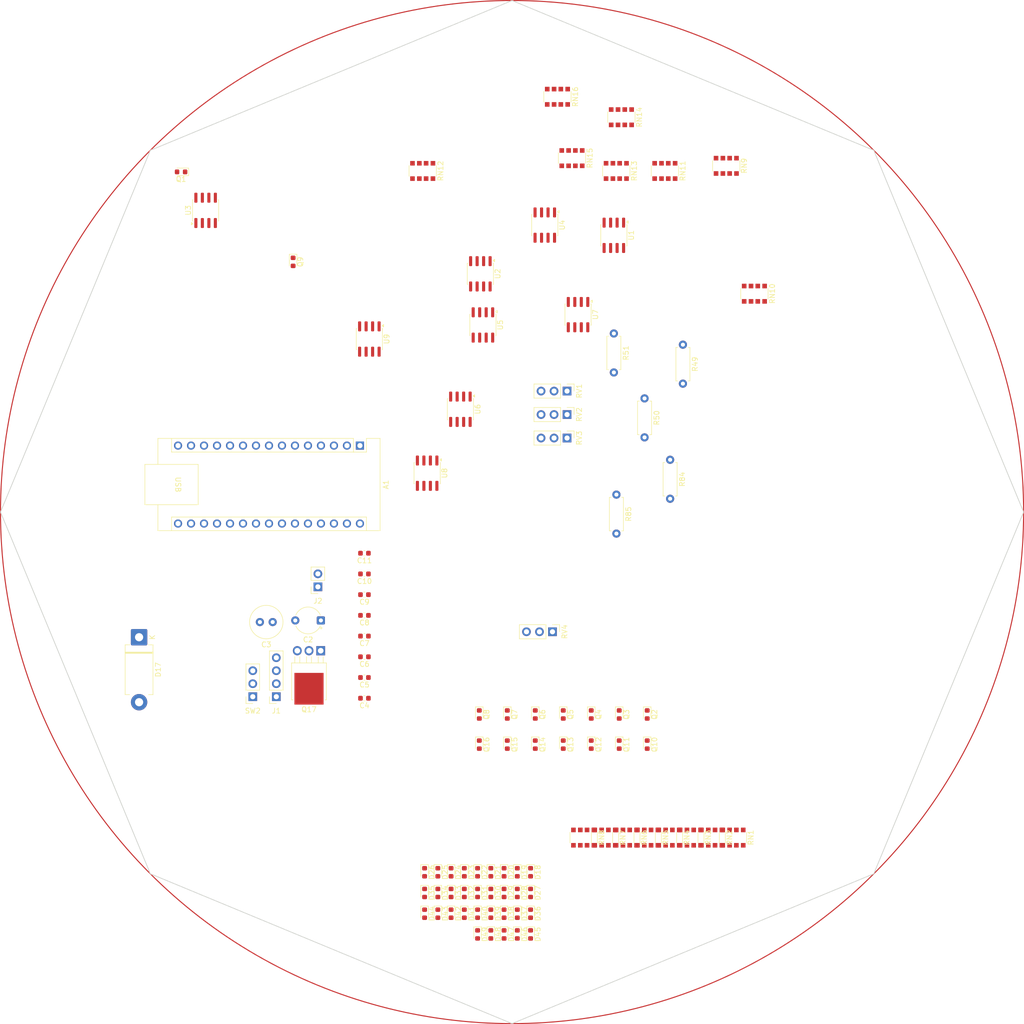
<source format=kicad_pcb>
(kicad_pcb (version 20241229) (generator "pcbnew") (generator_version "9.0")
  (layers (0 "F.Cu" signal) (2 "B.Cu" signal) (13 "F.Paste" user) (15 "B.Paste" user) (5 "F.SilkS" user "F.Silkscreen") (7 "B.SilkS" user "B.Silkscreen") (1 "F.Mask" user) (3 "B.Mask" user) (25 "Edge.Cuts" user))
  (net 0 "")
  (net 1 "VCC")
  (net 2 "GND")
  (net 3 "Net-(Q1-E)")
  (net 4 "Net-(Q2-E)")
  (net 5 "Net-(A1-D11)")
  (net 6 "Net-(A1-A4)")
  (net 8 "Net-(A1-A3)")
  (net 9 "Net-(A1-D3)")
  (net 10 "Net-(A1-D12)")
  (net 11 "Net-(A1-A2)")
  (net 12 "Net-(A1-D9)")
  (net 14 "Net-(A1-D7)")
  (net 15 "Net-(A1-A0)")
  (net 16 "Net-(A1-D4)")
  (net 17 "Net-(A1-D13)")
  (net 19 "Net-(A1-D6)")
  (net 20 "Net-(A1-D5)")
  (net 21 "Net-(A1-D2)")
  (net 25 "Net-(A1-D10)")
  (net 26 "Net-(A1-D8)")
  (net 27 "Net-(A1-A1)")
  (net 28 "Net-(A1-D1{slash}TX)")
  (net 30 "Net-(A1-D0{slash}RX)")
  (net 31 "Net-(D18-K)")
  (net 32 "Net-(D19-K)")
  (net 33 "Net-(D20-K)")
  (net 34 "Net-(D21-K)")
  (net 35 "Net-(D22-K)")
  (net 36 "Net-(D23-K)")
  (net 37 "Net-(D24-K)")
  (net 38 "Net-(D25-K)")
  (net 39 "Net-(D26-K)")
  (net 40 "Net-(D27-K)")
  (net 41 "Net-(D28-K)")
  (net 42 "Net-(D29-K)")
  (net 43 "Net-(D30-K)")
  (net 44 "Net-(D31-K)")
  (net 45 "Net-(D32-K)")
  (net 46 "Net-(D33-K)")
  (net 47 "Net-(D34-K)")
  (net 48 "Net-(D35-K)")
  (net 49 "Net-(D36-K)")
  (net 50 "Net-(D37-K)")
  (net 51 "Net-(D38-K)")
  (net 52 "Net-(D39-K)")
  (net 53 "Net-(D40-K)")
  (net 54 "Net-(D41-K)")
  (net 55 "Net-(D42-K)")
  (net 56 "Net-(D43-K)")
  (net 57 "Net-(D44-K)")
  (net 58 "Net-(D45-K)")
  (net 59 "Net-(D46-K)")
  (net 60 "Net-(D47-K)")
  (net 61 "Net-(D48-K)")
  (net 62 "Net-(D49-K)")
  (net 63 "Net-(J1-Pin_1)")
  (net 64 "Net-(J2-Pin_1)")
  (net 65 "Net-(Q3-E)")
  (net 66 "Net-(Q4-E)")
  (net 67 "Net-(Q5-E)")
  (net 68 "Net-(Q6-E)")
  (net 69 "Net-(Q7-E)")
  (net 70 "Net-(Q8-E)")
  (net 71 "Net-(Q9-E)")
  (net 72 "Net-(Q10-E)")
  (net 73 "Net-(Q11-E)")
  (net 74 "Net-(Q12-E)")
  (net 75 "Net-(Q13-E)")
  (net 76 "Net-(Q14-E)")
  (net 77 "Net-(Q15-E)")
  (net 78 "Net-(Q16-E)")
  (net 79 "Net-(Q17-G)")
  (net 80 "Net-(Q17-D)")
  (net 81 "Net-(R50-Pad1)")
  (net 82 "Net-(U3A--)")
  (net 83 "Net-(U5A--)")
  (net 84 "Net-(U7A-+)")
  (net 85 "Net-(U1A--)")
  (footprint "Capacitor_SMD:C_0603_1608Metric" (layer "F.Cu") (at 268.145 218.045 180)
    (property "Reference" "C11" (at 0 -1.43 0) (layer "F.SilkS"))
    (property "Value" "C")
    (pad "1" smd roundrect (at -0.775 0 180) (size 0.9 0.95) (layers "F.Cu" "F.Mask" "F.Paste") (net 1 "VCC"))
    (pad "2" smd roundrect (at 0.775 0 180) (size 0.9 0.95) (layers "F.Cu" "F.Mask" "F.Paste") (net 2 "GND"))
  )
  (footprint "Capacitor_SMD:C_0603_1608Metric" (layer "F.Cu") (at 268.145 230.195 180)
    (property "Reference" "C8" (at 0 -1.43 0) (layer "F.SilkS"))
    (property "Value" "C")
    (pad "1" smd roundrect (at -0.775 0 180) (size 0.9 0.95) (layers "F.Cu" "F.Mask" "F.Paste") (net 1 "VCC"))
    (pad "2" smd roundrect (at 0.775 0 180) (size 0.9 0.95) (layers "F.Cu" "F.Mask" "F.Paste") (net 2 "GND"))
  )
  (footprint "LED_SMD:LED_0603_1608Metric" (layer "F.Cu") (at 296.07 249.57 -90)
    (property "Reference" "Q7" (at 0 -1.43 90) (layer "F.SilkS"))
    (property "Value" "Q_Photo_NPN")
    (pad "1" smd roundrect (at -0.7875 0 270) (size 0.875 0.95) (layers "F.Cu" "F.Mask" "F.Paste") (net 1 "VCC"))
    (pad "2" smd roundrect (at 0.7875 0 270) (size 0.875 0.95) (layers "F.Cu" "F.Mask" "F.Paste") (net 69 "Net-(Q7-E)"))
  )
  (footprint "Capacitor_SMD:C_0603_1608Metric" (layer "F.Cu") (at 268.145 246.395 180)
    (property "Reference" "C4" (at 0 -1.43 0) (layer "F.SilkS"))
    (property "Value" "C")
    (pad "1" smd roundrect (at -0.775 0 180) (size 0.9 0.95) (layers "F.Cu" "F.Mask" "F.Paste") (net 1 "VCC"))
    (pad "2" smd roundrect (at 0.775 0 180) (size 0.9 0.95) (layers "F.Cu" "F.Mask" "F.Paste") (net 2 "GND"))
  )
  (footprint "LED_SMD:LED_0603_1608Metric" (layer "F.Cu") (at 295.44 288.5125 -90)
    (property "Reference" "D38" (at 0 -1.43 90) (layer "F.SilkS"))
    (property "Value" "LED")
    (pad "1" smd roundrect (at -0.7875 0 270) (size 0.875 0.95) (layers "F.Cu" "F.Mask" "F.Paste") (net 51 "Net-(D38-K)"))
    (pad "2" smd roundrect (at 0.7875 0 270) (size 0.875 0.95) (layers "F.Cu" "F.Mask" "F.Paste") (net 1 "VCC"))
  )
  (footprint "LED_SMD:LED_0603_1608Metric" (layer "F.Cu") (at 300.62 280.4125 -90)
    (property "Reference" "D18" (at 0 -1.43 90) (layer "F.SilkS"))
    (property "Value" "LED")
    (pad "1" smd roundrect (at -0.7875 0 270) (size 0.875 0.95) (layers "F.Cu" "F.Mask" "F.Paste") (net 31 "Net-(D18-K)"))
    (pad "2" smd roundrect (at 0.7875 0 270) (size 0.875 0.95) (layers "F.Cu" "F.Mask" "F.Paste") (net 1 "VCC"))
  )
  (footprint "Resistor_SMD:R_Array_Convex_4x1206" (layer "F.Cu") (at 308.715 140.815 -90)
    (property "Reference" "RN15" (at 0 -3.5 90) (layer "F.SilkS"))
    (property "Value" "R_Network04")
    (pad "1" smd rect (at -1.5 -2 270) (size 0.9 0.9) (layers "F.Cu" "F.Mask" "F.Paste") (net 2 "GND"))
    (pad "2" smd rect (at -1.5 -0.66 270) (size 0.9 0.9) (layers "F.Cu" "F.Mask" "F.Paste") (net 66 "Net-(Q4-E)"))
    (pad "3" smd rect (at -1.5 0.66 270) (size 0.9 0.9) (layers "F.Cu" "F.Mask" "F.Paste") (net 65 "Net-(Q3-E)"))
    (pad "4" smd rect (at -1.5 2 270) (size 0.9 0.9) (layers "F.Cu" "F.Mask" "F.Paste") (net 4 "Net-(Q2-E)"))
    (pad "5" smd rect (at 1.5 2 270) (size 0.9 0.9) (layers "F.Cu" "F.Mask" "F.Paste") (net 3 "Net-(Q1-E)"))
    (pad "6" smd rect (at 1.5 0.66 270) (size 0.9 0.9) (layers "F.Cu" "F.Mask" "F.Paste"))
    (pad "7" smd rect (at 1.5 -0.66 270) (size 0.9 0.9) (layers "F.Cu" "F.Mask" "F.Paste"))
    (pad "8" smd rect (at 1.5 -2 270) (size 0.9 0.9) (layers "F.Cu" "F.Mask" "F.Paste"))
  )
  (footprint "LED_SMD:LED_0603_1608Metric" (layer "F.Cu") (at 290.6 255.46 -90)
    (property "Reference" "Q16" (at 0 -1.43 90) (layer "F.SilkS"))
    (property "Value" "Q_Photo_NPN")
    (pad "1" smd roundrect (at -0.7875 0 270) (size 0.875 0.95) (layers "F.Cu" "F.Mask" "F.Paste") (net 1 "VCC"))
    (pad "2" smd roundrect (at 0.7875 0 270) (size 0.875 0.95) (layers "F.Cu" "F.Mask" "F.Paste") (net 78 "Net-(Q16-E)"))
  )
  (footprint "Package_SO:SOIC-8_3.9x4.9mm_P1.27mm" (layer "F.Cu") (at 316.9 155.9 -90)
    (property "Reference" "U1" (at 0 -3.4 90) (layer "F.SilkS"))
    (property "Value" "LM393")
    (pad "1" smd roundrect (at -2.475 -1.905 270) (size 1.95 0.6) (layers "F.Cu" "F.Mask" "F.Paste") (net 5 "Net-(A1-D11)"))
    (pad "2" smd roundrect (at -2.475 -0.635 270) (size 1.95 0.6) (layers "F.Cu" "F.Mask" "F.Paste") (net 85 "Net-(U1A--)"))
    (pad "3" smd roundrect (at -2.475 0.635 270) (size 1.95 0.6) (layers "F.Cu" "F.Mask" "F.Paste") (net 75 "Net-(Q13-E)"))
    (pad "4" smd roundrect (at -2.475 1.905 270) (size 1.95 0.6) (layers "F.Cu" "F.Mask" "F.Paste"))
    (pad "5" smd roundrect (at 2.475 1.905 270) (size 1.95 0.6) (layers "F.Cu" "F.Mask" "F.Paste") (net 76 "Net-(Q14-E)"))
    (pad "6" smd roundrect (at 2.475 0.635 270) (size 1.95 0.6) (layers "F.Cu" "F.Mask" "F.Paste") (net 85 "Net-(U1A--)"))
    (pad "7" smd roundrect (at 2.475 -0.635 270) (size 1.95 0.6) (layers "F.Cu" "F.Mask" "F.Paste") (net 10 "Net-(A1-D12)"))
    (pad "8" smd roundrect (at 2.475 -1.905 270) (size 1.95 0.6) (layers "F.Cu" "F.Mask" "F.Paste"))
  )
  (footprint "LED_SMD:LED_0603_1608Metric" (layer "F.Cu") (at 292.85 292.5625 -90)
    (property "Reference" "D48" (at 0 -1.43 90) (layer "F.SilkS"))
    (property "Value" "LED")
    (pad "1" smd roundrect (at -0.7875 0 270) (size 0.875 0.95) (layers "F.Cu" "F.Mask" "F.Paste") (net 61 "Net-(D48-K)"))
    (pad "2" smd roundrect (at 0.7875 0 270) (size 0.875 0.95) (layers "F.Cu" "F.Mask" "F.Paste") (net 1 "VCC"))
  )
  (footprint "Resistor_SMD:R_Array_Convex_4x1206" (layer "F.Cu") (at 279.535 143.315 -90)
    (property "Reference" "RN12" (at 0 -3.5 90) (layer "F.SilkS"))
    (property "Value" "R_Network04")
    (pad "1" smd rect (at -1.5 -2 270) (size 0.9 0.9) (layers "F.Cu" "F.Mask" "F.Paste") (net 1 "VCC"))
    (pad "2" smd rect (at -1.5 -0.66 270) (size 0.9 0.9) (layers "F.Cu" "F.Mask" "F.Paste") (net 19 "Net-(A1-D6)"))
    (pad "3" smd rect (at -1.5 0.66 270) (size 0.9 0.9) (layers "F.Cu" "F.Mask" "F.Paste") (net 14 "Net-(A1-D7)"))
    (pad "4" smd rect (at -1.5 2 270) (size 0.9 0.9) (layers "F.Cu" "F.Mask" "F.Paste") (net 26 "Net-(A1-D8)"))
    (pad "5" smd rect (at 1.5 2 270) (size 0.9 0.9) (layers "F.Cu" "F.Mask" "F.Paste") (net 12 "Net-(A1-D9)"))
    (pad "6" smd rect (at 1.5 0.66 270) (size 0.9 0.9) (layers "F.Cu" "F.Mask" "F.Paste"))
    (pad "7" smd rect (at 1.5 -0.66 270) (size 0.9 0.9) (layers "F.Cu" "F.Mask" "F.Paste"))
    (pad "8" smd rect (at 1.5 -2 270) (size 0.9 0.9) (layers "F.Cu" "F.Mask" "F.Paste"))
  )
  (footprint "LED_SMD:LED_0603_1608Metric" (layer "F.Cu") (at 290.26 292.5625 -90)
    (property "Reference" "D49" (at 0 -1.43 90) (layer "F.SilkS"))
    (property "Value" "LED")
    (pad "1" smd roundrect (at -0.7875 0 270) (size 0.875 0.95) (layers "F.Cu" "F.Mask" "F.Paste") (net 62 "Net-(D49-K)"))
    (pad "2" smd roundrect (at 0.7875 0 270) (size 0.875 0.95) (layers "F.Cu" "F.Mask" "F.Paste") (net 1 "VCC"))
  )
  (footprint "Resistor_SMD:R_Array_Convex_4x1206" (layer "F.Cu") (at 319.34 273.64 -90)
    (property "Reference" "RN6" (at 0 -3.5 90) (layer "F.SilkS"))
    (property "Value" "R_Network04")
    (pad "1" smd rect (at -1.5 -2 270) (size 0.9 0.9) (layers "F.Cu" "F.Mask" "F.Paste") (net 80 "Net-(Q17-D)"))
    (pad "2" smd rect (at -1.5 -0.66 270) (size 0.9 0.9) (layers "F.Cu" "F.Mask" "F.Paste") (net 54 "Net-(D41-K)"))
    (pad "3" smd rect (at -1.5 0.66 270) (size 0.9 0.9) (layers "F.Cu" "F.Mask" "F.Paste") (net 53 "Net-(D40-K)"))
    (pad "4" smd rect (at -1.5 2 270) (size 0.9 0.9) (layers "F.Cu" "F.Mask" "F.Paste") (net 52 "Net-(D39-K)"))
    (pad "5" smd rect (at 1.5 2 270) (size 0.9 0.9) (layers "F.Cu" "F.Mask" "F.Paste") (net 51 "Net-(D38-K)"))
    (pad "6" smd rect (at 1.5 0.66 270) (size 0.9 0.9) (layers "F.Cu" "F.Mask" "F.Paste"))
    (pad "7" smd rect (at 1.5 -0.66 270) (size 0.9 0.9) (layers "F.Cu" "F.Mask" "F.Paste"))
    (pad "8" smd rect (at 1.5 -2 270) (size 0.9 0.9) (layers "F.Cu" "F.Mask" "F.Paste"))
  )
  (footprint "LED_SMD:LED_0603_1608Metric" (layer "F.Cu") (at 295.44 284.4625 -90)
    (property "Reference" "D29" (at 0 -1.43 90) (layer "F.SilkS"))
    (property "Value" "LED")
    (pad "1" smd roundrect (at -0.7875 0 270) (size 0.875 0.95) (layers "F.Cu" "F.Mask" "F.Paste") (net 42 "Net-(D29-K)"))
    (pad "2" smd roundrect (at 0.7875 0 270) (size 0.875 0.95) (layers "F.Cu" "F.Mask" "F.Paste") (net 1 "VCC"))
  )
  (footprint "LED_SMD:LED_0603_1608Metric" (layer "F.Cu") (at 295.44 280.4125 -90)
    (property "Reference" "D20" (at 0 -1.43 90) (layer "F.SilkS"))
    (property "Value" "LED")
    (pad "1" smd roundrect (at -0.7875 0 270) (size 0.875 0.95) (layers "F.Cu" "F.Mask" "F.Paste") (net 33 "Net-(D20-K)"))
    (pad "2" smd roundrect (at 0.7875 0 270) (size 0.875 0.95) (layers "F.Cu" "F.Mask" "F.Paste") (net 1 "VCC"))
  )
  (footprint "LED_SMD:LED_0603_1608Metric" (layer "F.Cu") (at 298.03 292.5625 -90)
    (property "Reference" "D46" (at 0 -1.43 90) (layer "F.SilkS"))
    (property "Value" "LED")
    (pad "1" smd roundrect (at -0.7875 0 270) (size 0.875 0.95) (layers "F.Cu" "F.Mask" "F.Paste") (net 59 "Net-(D46-K)"))
    (pad "2" smd roundrect (at 0.7875 0 270) (size 0.875 0.95) (layers "F.Cu" "F.Mask" "F.Paste") (net 1 "VCC"))
  )
  (footprint "LED_SMD:LED_0603_1608Metric" (layer "F.Cu") (at 285.08 280.4125 -90)
    (property "Reference" "D24" (at 0 -1.43 90) (layer "F.SilkS"))
    (property "Value" "LED")
    (pad "1" smd roundrect (at -0.7875 0 270) (size 0.875 0.95) (layers "F.Cu" "F.Mask" "F.Paste") (net 37 "Net-(D24-K)"))
    (pad "2" smd roundrect (at 0.7875 0 270) (size 0.875 0.95) (layers "F.Cu" "F.Mask" "F.Paste") (net 1 "VCC"))
  )
  (footprint "LED_SMD:LED_0603_1608Metric" (layer "F.Cu") (at 298.03 280.4125 -90)
    (property "Reference" "D19" (at 0 -1.43 90) (layer "F.SilkS"))
    (property "Value" "LED")
    (pad "1" smd roundrect (at -0.7875 0 270) (size 0.875 0.95) (layers "F.Cu" "F.Mask" "F.Paste") (net 32 "Net-(D19-K)"))
    (pad "2" smd roundrect (at 0.7875 0 270) (size 0.875 0.95) (layers "F.Cu" "F.Mask" "F.Paste") (net 1 "VCC"))
  )
  (footprint "LED_SMD:LED_0603_1608Metric" (layer "F.Cu") (at 300.62 288.5125 -90)
    (property "Reference" "D36" (at 0 -1.43 90) (layer "F.SilkS"))
    (property "Value" "LED")
    (pad "1" smd roundrect (at -0.7875 0 270) (size 0.875 0.95) (layers "F.Cu" "F.Mask" "F.Paste") (net 49 "Net-(D36-K)"))
    (pad "2" smd roundrect (at 0.7875 0 270) (size 0.875 0.95) (layers "F.Cu" "F.Mask" "F.Paste") (net 1 "VCC"))
  )
  (footprint "Package_SO:SOIC-8_3.9x4.9mm_P1.27mm" (layer "F.Cu") (at 237.095 151.025 90)
    (property "Reference" "U3" (at 0 -3.4 90) (layer "F.SilkS"))
    (property "Value" "LM393")
    (pad "1" smd roundrect (at -2.475 -1.905 90) (size 1.95 0.6) (layers "F.Cu" "F.Mask" "F.Paste") (net 19 "Net-(A1-D6)"))
    (pad "2" smd roundrect (at -2.475 -0.635 90) (size 1.95 0.6) (layers "F.Cu" "F.Mask" "F.Paste") (net 82 "Net-(U3A--)"))
    (pad "3" smd roundrect (at -2.475 0.635 90) (size 1.95 0.6) (layers "F.Cu" "F.Mask" "F.Paste") (net 3 "Net-(Q1-E)"))
    (pad "4" smd roundrect (at -2.475 1.905 90) (size 1.95 0.6) (layers "F.Cu" "F.Mask" "F.Paste") (net 1 "VCC"))
    (pad "5" smd roundrect (at 2.475 1.905 90) (size 1.95 0.6) (layers "F.Cu" "F.Mask" "F.Paste") (net 4 "Net-(Q2-E)"))
    (pad "6" smd roundrect (at 2.475 0.635 90) (size 1.95 0.6) (layers "F.Cu" "F.Mask" "F.Paste") (net 82 "Net-(U3A--)"))
    (pad "7" smd roundrect (at 2.475 -0.635 90) (size 1.95 0.6) (layers "F.Cu" "F.Mask" "F.Paste") (net 14 "Net-(A1-D7)"))
    (pad "8" smd roundrect (at 2.475 -1.905 90) (size 1.95 0.6) (layers "F.Cu" "F.Mask" "F.Paste") (net 2 "GND"))
  )
  (footprint "LED_SMD:LED_0603_1608Metric" (layer "F.Cu") (at 312.48 249.57 -90)
    (property "Reference" "Q4" (at 0 -1.43 90) (layer "F.SilkS"))
    (property "Value" "Q_Photo_NPN")
    (pad "1" smd roundrect (at -0.7875 0 270) (size 0.875 0.95) (layers "F.Cu" "F.Mask" "F.Paste") (net 1 "VCC"))
    (pad "2" smd roundrect (at 0.7875 0 270) (size 0.875 0.95) (layers "F.Cu" "F.Mask" "F.Paste") (net 66 "Net-(Q4-E)"))
  )
  (footprint "LED_SMD:LED_0603_1608Metric" (layer "F.Cu") (at 290.26 288.5125 -90)
    (property "Reference" "D40" (at 0 -1.43 90) (layer "F.SilkS"))
    (property "Value" "LED")
    (pad "1" smd roundrect (at -0.7875 0 270) (size 0.875 0.95) (layers "F.Cu" "F.Mask" "F.Paste") (net 53 "Net-(D40-K)"))
    (pad "2" smd roundrect (at 0.7875 0 270) (size 0.875 0.95) (layers "F.Cu" "F.Mask" "F.Paste") (net 1 "VCC"))
  )
  (footprint "Connector_PinHeader_2.54mm:PinHeader_1x03_P2.54mm_Vertical" (layer "F.Cu") (at 307.75 186.35 -90)
    (property "Reference" "RV1" (at 0 -2.38 90) (layer "F.SilkS"))
    (property "Value" "R_Potentiometer_Trim")
    (pad "1" thru_hole rect (at 0 0 270) (size 1.7 1.7) (drill 1) (layers "*.Cu" "*.Mask") (net 1 "VCC"))
    (pad "2" thru_hole circle (at 0 2.54 270) (size 1.7 1.7) (drill 1) (layers "*.Cu" "*.Mask") (net 82 "Net-(U3A--)"))
    (pad "3" thru_hole circle (at 0 5.08 270) (size 1.7 1.7) (drill 1) (layers "*.Cu" "*.Mask") (net 2 "GND"))
  )
  (footprint "Resistor_THT:R_Axial_DIN0207_L6.3mm_D2.5mm_P7.62mm_Horizontal" (layer "F.Cu") (at 327.9 199.78 -90)
    (property "Reference" "R84" (at 3.81 -2.37 90) (layer "F.SilkS"))
    (property "Value" "R")
    (pad "1" thru_hole circle (at 0 0 270) (size 1.6 1.6) (drill 0.8) (layers "*.Cu" "*.Mask") (net 25 "Net-(A1-D10)"))
    (pad "2" thru_hole circle (at 7.62 0 270) (size 1.6 1.6) (drill 0.8) (layers "*.Cu" "*.Mask") (net 79 "Net-(Q17-G)"))
  )
  (footprint "Diode_THT:D_DO-201AD_P12.70mm_Horizontal" (layer "F.Cu") (at 224.089003 234.469003 -90)
    (property "Reference" "D17" (at 6.35 -3.72 90) (layer "F.SilkS"))
    (property "Value" "D")
    (fp_text user "K" (at 0 -2.6 90) (layer "F.SilkS"))
    (pad "1" thru_hole roundrect (at 0 0 270) (size 3.2 3.2) (drill 1.6) (layers "*.Cu" "*.Mask") (roundrect_rratio 0.078125) (net 2 "GND"))
    (pad "2" thru_hole circle (at 12.7 0 270) (size 3.2 3.2) (drill 1.6) (layers "*.Cu" "*.Mask") (net 1 "VCC"))
  )
  (footprint "LED_SMD:LED_0603_1608Metric" (layer "F.Cu") (at 285.08 284.4625 -90)
    (property "Reference" "D33" (at 0 -1.43 90) (layer "F.SilkS"))
    (property "Value" "LED")
    (pad "1" smd roundrect (at -0.7875 0 270) (size 0.875 0.95) (layers "F.Cu" "F.Mask" "F.Paste") (net 46 "Net-(D33-K)"))
    (pad "2" smd roundrect (at 0.7875 0 270) (size 0.875 0.95) (layers "F.Cu" "F.Mask" "F.Paste") (net 1 "VCC"))
  )
  (footprint "LED_SMD:LED_0603_1608Metric" (layer "F.Cu") (at 298.03 284.4625 -90)
    (property "Reference" "D28" (at 0 -1.43 90) (layer "F.SilkS"))
    (property "Value" "LED")
    (pad "1" smd roundrect (at -0.7875 0 270) (size 0.875 0.95) (layers "F.Cu" "F.Mask" "F.Paste") (net 41 "Net-(D28-K)"))
    (pad "2" smd roundrect (at 0.7875 0 270) (size 0.875 0.95) (layers "F.Cu" "F.Mask" "F.Paste") (net 1 "VCC"))
  )
  (footprint "Package_TO_SOT_THT:TO-251-3-1EP_Horizontal_TabDown" (layer "F.Cu") (at 259.595 237.105 180)
    (property "Reference" "Q17" (at 2.29 -11.49 0) (layer "F.SilkS"))
    (property "Value" "NMOS")
    (pad "1" thru_hole rect (at 0 0 180) (size 1.7175 1.8) (drill 1.1) (layers "*.Cu" "*.Mask") (net 80 "Net-(Q17-D)"))
    (pad "2" thru_hole oval (at 2.29 0 180) (size 1.7175 1.8) (drill 1.1) (layers "*.Cu" "*.Mask") (net 79 "Net-(Q17-G)"))
    (pad "3" thru_hole oval (at 4.58 0 180) (size 1.7175 1.8) (drill 1.1) (layers "*.Cu" "*.Mask") (net 2 "GND"))
    (pad "4" smd rect (at 2.29 -7.433 180) (size 5.7 6.2) (layers "F.Cu" "F.Mask" "F.Paste"))
  )
  (footprint "LED_SMD:LED_0603_1608Metric" (layer "F.Cu") (at 317.95 255.46 -90)
    (property "Reference" "Q11" (at 0 -1.43 90) (layer "F.SilkS"))
    (property "Value" "Q_Photo_NPN")
    (pad "1" smd roundrect (at -0.7875 0 270) (size 0.875 0.95) (layers "F.Cu" "F.Mask" "F.Paste") (net 1 "VCC"))
    (pad "2" smd roundrect (at 0.7875 0 270) (size 0.875 0.95) (layers "F.Cu" "F.Mask" "F.Paste") (net 73 "Net-(Q11-E)"))
  )
  (footprint "LED_SMD:LED_0603_1608Metric" (layer "F.Cu") (at 279.9 280.4125 -90)
    (property "Reference" "D26" (at 0 -1.43 90) (layer "F.SilkS"))
    (property "Value" "LED")
    (pad "1" smd roundrect (at -0.7875 0 270) (size 0.875 0.95) (layers "F.Cu" "F.Mask" "F.Paste") (net 39 "Net-(D26-K)"))
    (pad "2" smd roundrect (at 0.7875 0 270) (size 0.875 0.95) (layers "F.Cu" "F.Mask" "F.Paste") (net 1 "VCC"))
  )
  (footprint "Resistor_SMD:R_Array_Convex_4x1206" (layer "F.Cu") (at 338.875 142.315 -90)
    (property "Reference" "RN9" (at 0 -3.5 90) (layer "F.SilkS"))
    (property "Value" "R_Network04")
    (pad "1" smd rect (at -1.5 -2 270) (size 0.9 0.9) (layers "F.Cu" "F.Mask" "F.Paste") (net 1 "VCC"))
    (pad "2" smd rect (at -1.5 -0.66 270) (size 0.9 0.9) (layers "F.Cu" "F.Mask" "F.Paste") (net 5 "Net-(A1-D11)"))
    (pad "3" smd rect (at -1.5 0.66 270) (size 0.9 0.9) (layers "F.Cu" "F.Mask" "F.Paste") (net 10 "Net-(A1-D12)"))
    (pad "4" smd rect (at -1.5 2 270) (size 0.9 0.9) (layers "F.Cu" "F.Mask" "F.Paste") (net 17 "Net-(A1-D13)"))
    (pad "5" smd rect (at 1.5 2 270) (size 0.9 0.9) (layers "F.Cu" "F.Mask" "F.Paste") (net 6 "Net-(A1-A4)"))
    (pad "6" smd rect (at 1.5 0.66 270) (size 0.9 0.9) (layers "F.Cu" "F.Mask" "F.Paste"))
    (pad "7" smd rect (at 1.5 -0.66 270) (size 0.9 0.9) (layers "F.Cu" "F.Mask" "F.Paste"))
    (pad "8" smd rect (at 1.5 -2 270) (size 0.9 0.9) (layers "F.Cu" "F.Mask" "F.Paste"))
  )
  (footprint "Resistor_SMD:R_Array_Convex_4x1206" (layer "F.Cu") (at 318.375 132.815 -90)
    (property "Reference" "RN14" (at 0 -3.5 90) (layer "F.SilkS"))
    (property "Value" "R_Network04")
    (pad "1" smd rect (at -1.5 -2 270) (size 0.9 0.9) (layers "F.Cu" "F.Mask" "F.Paste") (net 2 "GND"))
    (pad "2" smd rect (at -1.5 -0.66 270) (size 0.9 0.9) (layers "F.Cu" "F.Mask" "F.Paste") (net 78 "Net-(Q16-E)"))
    (pad "3" smd rect (at -1.5 0.66 270) (size 0.9 0.9) (layers "F.Cu" "F.Mask" "F.Paste") (net 77 "Net-(Q15-E)"))
    (pad "4" smd rect (at -1.5 2 270) (size 0.9 0.9) (layers "F.Cu" "F.Mask" "F.Paste") (net 76 "Net-(Q14-E)"))
    (pad "5" smd rect (at 1.5 2 270) (size 0.9 0.9) (layers "F.Cu" "F.Mask" "F.Paste") (net 75 "Net-(Q13-E)"))
    (pad "6" smd rect (at 1.5 0.66 270) (size 0.9 0.9) (layers "F.Cu" "F.Mask" "F.Paste"))
    (pad "7" smd rect (at 1.5 -0.66 270) (size 0.9 0.9) (layers "F.Cu" "F.Mask" "F.Paste"))
    (pad "8" smd rect (at 1.5 -2 270) (size 0.9 0.9) (layers "F.Cu" "F.Mask" "F.Paste"))
  )
  (footprint "Capacitor_SMD:C_0603_1608Metric" (layer "F.Cu") (at 268.145 222.095 180)
    (property "Reference" "C10" (at 0 -1.43 0) (layer "F.SilkS"))
    (property "Value" "C")
    (pad "1" smd roundrect (at -0.775 0 180) (size 0.9 0.95) (layers "F.Cu" "F.Mask" "F.Paste") (net 1 "VCC"))
    (pad "2" smd roundrect (at 0.775 0 180) (size 0.9 0.95) (layers "F.Cu" "F.Mask" "F.Paste") (net 2 "GND"))
  )
  (footprint "Package_SO:SOIC-8_3.9x4.9mm_P1.27mm" (layer "F.Cu") (at 291.305 173.425 -90)
    (property "Reference" "U5" (at 0 -3.4 90) (layer "F.SilkS"))
    (property "Value" "LM393")
    (pad "1" smd roundrect (at -2.475 -1.905 270) (size 1.95 0.6) (layers "F.Cu" "F.Mask" "F.Paste") (net 20 "Net-(A1-D5)"))
    (pad "2" smd roundrect (at -2.475 -0.635 270) (size 1.95 0.6) (layers "F.Cu" "F.Mask" "F.Paste") (net 83 "Net-(U5A--)"))
    (pad "3" smd roundrect (at -2.475 0.635 270) (size 1.95 0.6) (layers "F.Cu" "F.Mask" "F.Paste") (net 74 "Net-(Q12-E)"))
    (pad "4" smd roundrect (at -2.475 1.905 270) (size 1.95 0.6) (layers "F.Cu" "F.Mask" "F.Paste") (net 1 "VCC"))
    (pad "5" smd roundrect (at 2.475 1.905 270) (size 1.95 0.6) (layers "F.Cu" "F.Mask" "F.Paste") (net 73 "Net-(Q11-E)"))
    (pad "6" smd roundrect (at 2.475 0.635 270) (size 1.95 0.6) (layers "F.Cu" "F.Mask" "F.Paste") (net 83 "Net-(U5A--)"))
    (pad "7" smd roundrect (at 2.475 -0.635 270) (size 1.95 0.6) (layers "F.Cu" "F.Mask" "F.Paste") (net 16 "Net-(A1-D4)"))
    (pad "8" smd roundrect (at 2.475 -1.905 270) (size 1.95 0.6) (layers "F.Cu" "F.Mask" "F.Paste") (net 2 "GND"))
  )
  (footprint "Capacitor_THT:C_Radial_D6.3mm_H11.0mm_P2.50mm" (layer "F.Cu") (at 250.205 231.505 180)
    (property "Reference" "C3" (at 1.25 -4.4 0) (layer "F.SilkS"))
    (property "Value" "C")
    (pad "1" thru_hole circle (at 0 0 180) (size 1.6 1.6) (drill 0.8) (layers "*.Cu" "*.Mask") (net 1 "VCC"))
    (pad "2" thru_hole circle (at 2.5 0 180) (size 1.6 1.6) (drill 0.8) (layers "*.Cu" "*.Mask") (net 2 "GND"))
  )
  (footprint "LED_SMD:LED_0603_1608Metric" (layer "F.Cu") (at 296.07 255.46 -90)
    (property "Reference" "Q15" (at 0 -1.43 90) (layer "F.SilkS"))
    (property "Value" "Q_Photo_NPN")
    (pad "1" smd roundrect (at -0.7875 0 270) (size 0.875 0.95) (layers "F.Cu" "F.Mask" "F.Paste") (net 1 "VCC"))
    (pad "2" smd roundrect (at 0.7875 0 270) (size 0.875 0.95) (layers "F.Cu" "F.Mask" "F.Paste") (net 77 "Net-(Q15-E)"))
  )
  (footprint "LED_SMD:LED_0603_1608Metric" (layer "F.Cu") (at 282.49 288.5125 -90)
    (property "Reference" "D43" (at 0 -1.43 90) (layer "F.SilkS"))
    (property "Value" "LED")
    (pad "1" smd roundrect (at -0.7875 0 270) (size 0.875 0.95) (layers "F.Cu" "F.Mask" "F.Paste") (net 56 "Net-(D43-K)"))
    (pad "2" smd roundrect (at 0.7875 0 270) (size 0.875 0.95) (layers "F.Cu" "F.Mask" "F.Paste") (net 1 "VCC"))
  )
  (footprint "Capacitor_SMD:C_0603_1608Metric" (layer "F.Cu") (at 268.145 242.345 180)
    (property "Reference" "C5" (at 0 -1.43 0) (layer "F.SilkS"))
    (property "Value" "C")
    (pad "1" smd roundrect (at -0.775 0 180) (size 0.9 0.95) (layers "F.Cu" "F.Mask" "F.Paste") (net 1 "VCC"))
    (pad "2" smd roundrect (at 0.775 0 180) (size 0.9 0.95) (layers "F.Cu" "F.Mask" "F.Paste") (net 2 "GND"))
  )
  (footprint "Resistor_THT:R_Axial_DIN0207_L6.3mm_D2.5mm_P7.62mm_Horizontal" (layer "F.Cu") (at 330.4 177.28 -90)
    (property "Reference" "R49" (at 3.81 -2.37 90) (layer "F.SilkS"))
    (property "Value" "R")
    (pad "1" thru_hole circle (at 0 0 270) (size 1.6 1.6) (drill 0.8) (layers "*.Cu" "*.Mask") (net 63 "Net-(J1-Pin_1)"))
    (pad "2" thru_hole circle (at 7.62 0 270) (size 1.6 1.6) (drill 0.8) (layers "*.Cu" "*.Mask") (net 28 "Net-(A1-D1{slash}TX)"))
  )
  (footprint "Package_SO:SOIC-8_3.9x4.9mm_P1.27mm" (layer "F.Cu") (at 290.805 163.425 -90)
    (property "Reference" "U2" (at 0 -3.4 90) (layer "F.SilkS"))
    (property "Value" "LM393")
    (pad "1" smd roundrect (at -2.475 -1.905 270) (size 1.95 0.6) (layers "F.Cu" "F.Mask" "F.Paste") (net 17 "Net-(A1-D13)"))
    (pad "2" smd roundrect (at -2.475 -0.635 270) (size 1.95 0.6) (layers "F.Cu" "F.Mask" "F.Paste") (net 85 "Net-(U1A--)"))
    (pad "3" smd roundrect (at -2.475 0.635 270) (size 1.95 0.6) (layers "F.Cu" "F.Mask" "F.Paste") (net 77 "Net-(Q15-E)"))
    (pad "4" smd roundrect (at -2.475 1.905 270) (size 1.95 0.6) (layers "F.Cu" "F.Mask" "F.Paste") (net 1 "VCC"))
    (pad "5" smd roundrect (at 2.475 1.905 270) (size 1.95 0.6) (layers "F.Cu" "F.Mask" "F.Paste") (net 78 "Net-(Q16-E)"))
    (pad "6" smd roundrect (at 2.475 0.635 270) (size 1.95 0.6) (layers "F.Cu" "F.Mask" "F.Paste") (net 85 "Net-(U1A--)"))
    (pad "7" smd roundrect (at 2.475 -0.635 270) (size 1.95 0.6) (layers "F.Cu" "F.Mask" "F.Paste") (net 6 "Net-(A1-A4)"))
    (pad "8" smd roundrect (at 2.475 -1.905 270) (size 1.95 0.6) (layers "F.Cu" "F.Mask" "F.Paste") (net 2 "GND"))
  )
  (footprint "LED_SMD:LED_0603_1608Metric" (layer "F.Cu") (at 290.26 284.4625 -90)
    (property "Reference" "D31" (at 0 -1.43 90) (layer "F.SilkS"))
    (property "Value" "LED")
    (pad "1" smd roundrect (at -0.7875 0 270) (size 0.875 0.95) (layers "F.Cu" "F.Mask" "F.Paste") (net 44 "Net-(D31-K)"))
    (pad "2" smd roundrect (at 0.7875 0 270) (size 0.875 0.95) (layers "F.Cu" "F.Mask" "F.Paste") (net 1 "VCC"))
  )
  (footprint "Resistor_SMD:R_Array_Convex_4x1206" (layer "F.Cu") (at 344.375 167.315 -90)
    (property "Reference" "RN10" (at 0 -3.5 90) (layer "F.SilkS"))
    (property "Value" "R_Network04")
    (pad "1" smd rect (at -1.5 -2 270) (size 0.9 0.9) (layers "F.Cu" "F.Mask" "F.Paste") (net 1 "VCC"))
    (pad "2" smd rect (at -1.5 -0.66 270) (size 0.9 0.9) (layers "F.Cu" "F.Mask" "F.Paste") (net 8 "Net-(A1-A3)"))
    (pad "3" smd rect (at -1.5 0.66 270) (size 0.9 0.9) (layers "F.Cu" "F.Mask" "F.Paste") (net 11 "Net-(A1-A2)"))
    (pad "4" smd rect (at -1.5 2 270) (size 0.9 0.9) (layers "F.Cu" "F.Mask" "F.Paste") (net 27 "Net-(A1-A1)"))
    (pad "5" smd rect (at 1.5 2 270) (size 0.9 0.9) (layers "F.Cu" "F.Mask" "F.Paste") (net 15 "Net-(A1-A0)"))
    (pad "6" smd rect (at 1.5 0.66 270) (size 0.9 0.9) (layers "F.Cu" "F.Mask" "F.Paste"))
    (pad "7" smd rect (at 1.5 -0.66 270) (size 0.9 0.9) (layers "F.Cu" "F.Mask" "F.Paste"))
    (pad "8" smd rect (at 1.5 -2 270) (size 0.9 0.9) (layers "F.Cu" "F.Mask" "F.Paste"))
  )
  (footprint "Resistor_THT:R_Axial_DIN0207_L6.3mm_D2.5mm_P7.62mm_Horizontal" (layer "F.Cu") (at 316.9 175.09 -90)
    (property "Reference" "R51" (at 3.81 -2.37 90) (layer "F.SilkS"))
    (property "Value" "R")
    (pad "1" thru_hole circle (at 0 0 270) (size 1.6 1.6) (drill 0.8) (layers "*.Cu" "*.Mask") (net 63 "Net-(J1-Pin_1)"))
    (pad "2" thru_hole circle (at 7.62 0 270) (size 1.6 1.6) (drill 0.8) (layers "*.Cu" "*.Mask") (net 81 "Net-(R50-Pad1)"))
  )
  (footprint "Resistor_SMD:R_Array_Convex_4x1206" (layer "F.Cu") (at 340.19 273.64 -90)
    (property "Reference" "RN1" (at 0 -3.5 90) (layer "F.SilkS"))
    (property "Value" "R_Network04")
    (pad "1" smd rect (at -1.5 -2 270) (size 0.9 0.9) (layers "F.Cu" "F.Mask" "F.Paste") (net 80 "Net-(Q17-D)"))
    (pad "2" smd rect (at -1.5 -0.66 270) (size 0.9 0.9) (layers "F.Cu" "F.Mask" "F.Paste") (net 34 "Net-(D21-K)"))
    (pad "3" smd rect (at -1.5 0.66 270) (size 0.9 0.9) (layers "F.Cu" "F.Mask" "F.Paste") (net 33 "Net-(D20-K)"))
    (pad "4" smd rect (at -1.5 2 270) (size 0.9 0.9) (layers "F.Cu" "F.Mask" "F.Paste") (net 32 "Net-(D19-K)"))
    (pad "5" smd rect (at 1.5 2 270) (size 0.9 0.9) (layers "F.Cu" "F.Mask" "F.Paste") (net 31 "Net-(D18-K)"))
    (pad "6" smd rect (at 1.5 0.66 270) (size 0.9 0.9) (layers "F.Cu" "F.Mask" "F.Paste"))
    (pad "7" smd rect (at 1.5 -0.66 270) (size 0.9 0.9) (layers "F.Cu" "F.Mask" "F.Paste"))
    (pad "8" smd rect (at 1.5 -2 270) (size 0.9 0.9) (layers "F.Cu" "F.Mask" "F.Paste"))
  )
  (footprint "LED_SMD:LED_0603_1608Metric" (layer "F.Cu") (at 323.42 255.46 -90)
    (property "Reference" "Q10" (at 0 -1.43 90) (layer "F.SilkS"))
    (property "Value" "Q_Photo_NPN")
    (pad "1" smd roundrect (at -0.7875 0 270) (size 0.875 0.95) (layers "F.Cu" "F.Mask" "F.Paste") (net 1 "VCC"))
    (pad "2" smd roundrect (at 0.7875 0 270) (size 0.875 0.95) (layers "F.Cu" "F.Mask" "F.Paste") (net 72 "Net-(Q10-E)"))
  )
  (footprint "LED_SMD:LED_0603_1608Metric" (layer "F.Cu") (at 312.48 255.46 -90)
    (property "Reference" "Q12" (at 0 -1.43 90) (layer "F.SilkS"))
    (property "Value" "Q_Photo_NPN")
    (pad "1" smd roundrect (at -0.7875 0 270) (size 0.875 0.95) (layers "F.Cu" "F.Mask" "F.Paste") (net 1 "VCC"))
    (pad "2" smd roundrect (at 0.7875 0 270) (size 0.875 0.95) (layers "F.Cu" "F.Mask" "F.Paste") (net 74 "Net-(Q12-E)"))
  )
  (footprint "LED_SMD:LED_0603_1608Metric" (layer "F.Cu") (at 292.85 280.4125 -90)
    (property "Reference" "D21" (at 0 -1.43 90) (layer "F.SilkS"))
    (property "Value" "LED")
    (pad "1" smd roundrect (at -0.7875 0 270) (size 0.875 0.95) (layers "F.Cu" "F.Mask" "F.Paste") (net 34 "Net-(D21-K)"))
    (pad "2" smd roundrect (at 0.7875 0 270) (size 0.875 0.95) (layers "F.Cu" "F.Mask" "F.Paste") (net 1 "VCC"))
  )
  (footprint "LED_SMD:LED_0603_1608Metric" (layer "F.Cu") (at 307.01 255.46 -90)
    (property "Reference" "Q13" (at 0 -1.43 90) (layer "F.SilkS"))
    (property "Value" "Q_Photo_NPN")
    (pad "1" smd roundrect (at -0.7875 0 270) (size 0.875 0.95) (layers "F.Cu" "F.Mask" "F.Paste") (net 1 "VCC"))
    (pad "2" smd roundrect (at 0.7875 0 270) (size 0.875 0.95) (layers "F.Cu" "F.Mask" "F.Paste") (net 75 "Net-(Q13-E)"))
  )
  (footprint "Package_SO:SOIC-8_3.9x4.9mm_P1.27mm" (layer "F.Cu") (at 269.105 176.175 -90)
    (property "Reference" "U9" (at 0 -3.4 90) (layer "F.SilkS"))
    (property "Value" "LM393")
    (pad "1" smd roundrect (at -2.475 -1.905 270) (size 1.95 0.6) (layers "F.Cu" "F.Mask" "F.Paste"))
    (pad "2" smd roundrect (at -2.475 -0.635 270) (size 1.95 0.6) (layers "F.Cu" "F.Mask" "F.Paste"))
    (pad "3" smd roundrect (at -2.475 0.635 270) (size 1.95 0.6) (layers "F.Cu" "F.Mask" "F.Paste"))
    (pad "4" smd roundrect (at -2.475 1.905 270) (size 1.95 0.6) (layers "F.Cu" "F.Mask" "F.Paste") (net 2 "GND"))
    (pad "5" smd roundrect (at 2.475 1.905 270) (size 1.95 0.6) (layers "F.Cu" "F.Mask" "F.Paste"))
    (pad "6" smd roundrect (at 2.475 0.635 270) (size 1.95 0.6) (layers "F.Cu" "F.Mask" "F.Paste"))
    (pad "7" smd roundrect (at 2.475 -0.635 270) (size 1.95 0.6) (layers "F.Cu" "F.Mask" "F.Paste"))
    (pad "8" smd roundrect (at 2.475 -1.905 270) (size 1.95 0.6) (layers "F.Cu" "F.Mask" "F.Paste") (net 1 "VCC"))
  )
  (footprint "Resistor_SMD:R_Array_Convex_4x1206" (layer "F.Cu") (at 323.51 273.64 -90)
    (property "Reference" "RN5" (at 0 -3.5 90) (layer "F.SilkS"))
    (property "Value" "R_Network04")
    (pad "1" smd rect (at -1.5 -2 270) (size 0.9 0.9) (layers "F.Cu" "F.Mask" "F.Paste") (net 80 "Net-(Q17-D)"))
    (pad "2" smd rect (at -1.5 -0.66 270) (size 0.9 0.9) (layers "F.Cu" "F.Mask" "F.Paste") (net 50 "Net-(D37-K)"))
    (pad "3" smd rect (at -1.5 0.66 270) (size 0.9 0.9) (layers "F.Cu" "F.Mask" "F.Paste") (net 49 "Net-(D36-K)"))
    (pad "4" smd rect (at -1.5 2 270) (size 0.9 0.9) (layers "F.Cu" "F.Mask" "F.Paste") (net 48 "Net-(D35-K)"))
    (pad "5" smd rect (at 1.5 2 270) (size 0.9 0.9) (layers "F.Cu" "F.Mask" "F.Paste") (net 47 "Net-(D34-K)"))
    (pad "6" smd rect (at 1.5 0.66 270) (size 0.9 0.9) (layers "F.Cu" "F.Mask" "F.Paste"))
    (pad "7" smd rect (at 1.5 -0.66 270) (size 0.9 0.9) (layers "F.Cu" "F.Mask" "F.Paste"))
    (pad "8" smd rect (at 1.5 -2 270) (size 0.9 0.9) (layers "F.Cu" "F.Mask" "F.Paste"))
  )
  (footprint "Capacitor_SMD:C_0603_1608Metric" (layer "F.Cu") (at 268.145 238.295 180)
    (property "Reference" "C6" (at 0 -1.43 0) (layer "F.SilkS"))
    (property "Value" "C")
    (pad "1" smd roundrect (at -0.775 0 180) (size 0.9 0.95) (layers "F.Cu" "F.Mask" "F.Paste") (net 1 "VCC"))
    (pad "2" smd roundrect (at 0.775 0 180) (size 0.9 0.95) (layers "F.Cu" "F.Mask" "F.Paste") (net 2 "GND"))
  )
  (footprint "Resistor_THT:R_Axial_DIN0207_L6.3mm_D2.5mm_P7.62mm_Horizontal" (layer "F.Cu") (at 322.9 187.78 -90)
    (property "Reference" "R50" (at 3.81 -2.37 90) (layer "F.SilkS"))
    (property "Value" "R")
    (pad "1" thru_hole circle (at 0 0 270) (size 1.6 1.6) (drill 0.8) (layers "*.Cu" "*.Mask") (net 81 "Net-(R50-Pad1)"))
    (pad "2" thru_hole circle (at 7.62 0 270) (size 1.6 1.6) (drill 0.8) (layers "*.Cu" "*.Mask") (net 2 "GND"))
  )
  (footprint "Resistor_THT:R_Axial_DIN0207_L6.3mm_D2.5mm_P7.62mm_Horizontal" (layer "F.Cu") (at 317.4 206.59 -90)
    (property "Reference" "R85" (at 3.81 -2.37 90) (layer "F.SilkS"))
    (property "Value" "R")
    (pad "1" thru_hole circle (at 0 0 270) (size 1.6 1.6) (drill 0.8) (layers "*.Cu" "*.Mask") (net 2 "GND"))
    (pad "2" thru_hole circle (at 7.62 0 270) (size 1.6 1.6) (drill 0.8) (layers "*.Cu" "*.Mask") (net 79 "Net-(Q17-G)"))
  )
  (footprint "LED_SMD:LED_0603_1608Metric" (layer "F.Cu") (at 279.9 284.4625 -90)
    (property "Reference" "D35" (at 0 -1.43 90) (layer "F.SilkS"))
    (property "Value" "LED")
    (pad "1" smd roundrect (at -0.7875 0 270) (size 0.875 0.95) (layers "F.Cu" "F.Mask" "F.Paste") (net 48 "Net-(D35-K)"))
    (pad "2" smd roundrect (at 0.7875 0 270) (size 0.875 0.95) (layers "F.Cu" "F.Mask" "F.Paste") (net 1 "VCC"))
  )
  (footprint "LED_SMD:LED_0603_1608Metric" (layer "F.Cu") (at 301.54 255.46 -90)
    (property "Reference" "Q14" (at 0 -1.43 90) (layer "F.SilkS"))
    (property "Value" "Q_Photo_NPN")
    (pad "1" smd roundrect (at -0.7875 0 270) (size 0.875 0.95) (layers "F.Cu" "F.Mask" "F.Paste") (net 1 "VCC"))
    (pad "2" smd roundrect (at 0.7875 0 270) (size 0.875 0.95) (layers "F.Cu" "F.Mask" "F.Paste") (net 76 "Net-(Q14-E)"))
  )
  (footprint "Package_SO:SOIC-8_3.9x4.9mm_P1.27mm" (layer "F.Cu") (at 303.4 153.9 -90)
    (property "Reference" "U4" (at 0 -3.4 90) (layer "F.SilkS"))
    (property "Value" "LM393")
    (pad "1" smd roundrect (at -2.475 -1.905 270) (size 1.95 0.6) (layers "F.Cu" "F.Mask" "F.Paste") (net 26 "Net-(A1-D8)"))
    (pad "2" smd roundrect (at -2.475 -0.635 270) (size 1.95 0.6) (layers "F.Cu" "F.Mask" "F.Paste") (net 82 "Net-(U3A--)"))
    (pad "3" smd roundrect (at -2.475 0.635 270) (size 1.95 0.6) (layers "F.Cu" "F.Mask" "F.Paste") (net 65 "Net-(Q3-E)"))
    (pad "4" smd roundrect (at -2.475 1.905 270) (size 1.95 0.6) (layers "F.Cu" "F.Mask" "F.Paste") (net 1 "VCC"))
    (pad "5" smd roundrect (at 2.475 1.905 270) (size 1.95 0.6) (layers "F.Cu" "F.Mask" "F.Paste") (net 66 "Net-(Q4-E)"))
    (pad "6" smd roundrect (at 2.475 0.635 270) (size 1.95 0.6) (layers "F.Cu" "F.Mask" "F.Paste") (net 82 "Net-(U3A--)"))
    (pad "7" smd roundrect (at 2.475 -0.635 270) (size 1.95 0.6) (layers "F.Cu" "F.Mask" "F.Paste") (net 12 "Net-(A1-D9)"))
    (pad "8" smd roundrect (at 2.475 -1.905 270) (size 1.95 0.6) (layers "F.Cu" "F.Mask" "F.Paste") (net 2 "GND"))
  )
  (footprint "LED_SMD:LED_0603_1608Metric" (layer "F.Cu") (at 295.44 292.5625 -90)
    (property "Reference" "D47" (at 0 -1.43 90) (layer "F.SilkS"))
    (property "Value" "LED")
    (pad "1" smd roundrect (at -0.7875 0 270) (size 0.875 0.95) (layers "F.Cu" "F.Mask" "F.Paste") (net 60 "Net-(D47-K)"))
    (pad "2" smd roundrect (at 0.7875 0 270) (size 0.875 0.95) (layers "F.Cu" "F.Mask" "F.Paste") (net 1 "VCC"))
  )
  (footprint "Package_SO:SOIC-8_3.9x4.9mm_P1.27mm" (layer "F.Cu") (at 286.9 189.9 -90)
    (property "Reference" "U6" (at 0 -3.4 90) (layer "F.SilkS"))
    (property "Value" "LM393")
    (pad "1" smd roundrect (at -2.475 -1.905 270) (size 1.95 0.6) (layers "F.Cu" "F.Mask" "F.Paste") (net 9 "Net-(A1-D3)"))
    (pad "2" smd roundrect (at -2.475 -0.635 270) (size 1.95 0.6) (layers "F.Cu" "F.Mask" "F.Paste") (net 83 "Net-(U5A--)"))
    (pad "3" smd roundrect (at -2.475 0.635 270) (size 1.95 0.6) (layers "F.Cu" "F.Mask" "F.Paste") (net 72 "Net-(Q10-E)"))
    (pad "4" smd roundrect (at -2.475 1.905 270) (size 1.95 0.6) (layers "F.Cu" "F.Mask" "F.Paste") (net 2 "GND"))
    (pad "5" smd roundrect (at 2.475 1.905 270) (size 1.95 0.6) (layers "F.Cu" "F.Mask" "F.Paste") (net 71 "Net-(Q9-E)"))
    (pad "6" smd roundrect (at 2.475 0.635 270) (size 1.95 0.6) (layers "F.Cu" "F.Mask" "F.Paste") (net 83 "Net-(U5A--)"))
    (pad "7" smd roundrect (at 2.475 -0.635 270) (size 1.95 0.6) (layers "F.Cu" "F.Mask" "F.Paste") (net 21 "Net-(A1-D2)"))
    (pad "8" smd roundrect (at 2.475 -1.905 270) (size 1.95 0.6) (layers "F.Cu" "F.Mask" "F.Paste") (net 1 "VCC"))
  )
  (footprint "LED_SMD:LED_0603_1608Metric" (layer "F.Cu") (at 279.9 288.5125 -90)
    (property "Reference" "D44" (at 0 -1.43 90) (layer "F.SilkS"))
    (property "Value" "LED")
    (pad "1" smd roundrect (at -0.7875 0 270) (size 0.875 0.95) (layers "F.Cu" "F.Mask" "F.Paste") (net 57 "Net-(D44-K)"))
    (pad "2" smd roundrect (at 0.7875 0 270) (size 0.875 0.95) (layers "F.Cu" "F.Mask" "F.Paste") (net 1 "VCC"))
  )
  (footprint "LED_SMD:LED_0603_1608Metric" (layer "F.Cu") (at 232.3 143.5 180)
    (property "Reference" "Q1" (at 0 -1.43 0) (layer "F.SilkS"))
    (property "Value" "Q_Photo_NPN")
    (pad "1" smd roundrect (at -0.7875 0 180) (size 0.875 0.95) (layers "F.Cu" "F.Mask" "F.Paste") (net 1 "VCC"))
    (pad "2" smd roundrect (at 0.7875 0 180) (size 0.875 0.95) (layers "F.Cu" "F.Mask" "F.Paste") (net 3 "Net-(Q1-E)"))
  )
  (footprint "Connector_PinSocket_2.54mm:PinSocket_1x04_P2.54mm_Vertical" (layer "F.Cu") (at 250.915 246.095 180)
    (property "Reference" "J1" (at 0 -2.77 0) (layer "F.SilkS"))
    (property "Value" "Conn_01x04_Socket")
    (pad "1" thru_hole rect (at 0 0 180) (size 1.7 1.7) (drill 1) (layers "*.Cu" "*.Mask") (net 63 "Net-(J1-Pin_1)"))
    (pad "2" thru_hole circle (at 0 2.54 180) (size 1.7 1.7) (drill 1) (layers "*.Cu" "*.Mask") (net 30 "Net-(A1-D0{slash}RX)"))
    (pad "3" thru_hole circle (at 0 5.08 180) (size 1.7 1.7) (drill 1) (layers "*.Cu" "*.Mask") (net 2 "GND"))
    (pad "4" thru_hole circle (at 0 7.62 180) (size 1.7 1.7) (drill 1) (layers "*.Cu" "*.Mask") (net 1 "VCC"))
  )
  (footprint "Capacitor_SMD:C_0603_1608Metric" (layer "F.Cu") (at 268.145 226.145 180)
    (property "Reference" "C9" (at 0 -1.43 0) (layer "F.SilkS"))
    (property "Value" "C")
    (pad "1" smd roundrect (at -0.775 0 180) (size 0.9 0.95) (layers "F.Cu" "F.Mask" "F.Paste") (net 1 "VCC"))
    (pad "2" smd roundrect (at 0.775 0 180) (size 0.9 0.95) (layers "F.Cu" "F.Mask" "F.Paste") (net 2 "GND"))
  )
  (footprint "Module:Arduino_Nano" (layer "F.Cu") (at 267.265 197.005 -90)
    (property "Reference" "A1" (at 7.62 -5.08 90) (layer "F.SilkS"))
    (property "Value" "Arduino_Nano_v2.x")
    (fp_text user "USB" (at 7.62 35.56 270) (layer "F.SilkS"))
    (pad "1" thru_hole rect (at 0 0 270) (size 1.6 1.6) (drill 1) (layers "*.Cu" "*.Mask") (net 28 "Net-(A1-D1{slash}TX)"))
    (pad "2" thru_hole oval (at 0 2.54 270) (size 1.6 1.6) (drill 1) (layers "*.Cu" "*.Mask") (net 30 "Net-(A1-D0{slash}RX)"))
    (pad "3" thru_hole oval (at 0 5.08 270) (size 1.6 1.6) (drill 1) (layers "*.Cu" "*.Mask"))
    (pad "4" thru_hole oval (at 0 7.62 270) (size 1.6 1.6) (drill 1) (layers "*.Cu" "*.Mask") (net 2 "GND"))
    (pad "5" thru_hole oval (at 0 10.16 270) (size 1.6 1.6) (drill 1) (layers "*.Cu" "*.Mask") (net 21 "Net-(A1-D2)"))
    (pad "6" thru_hole oval (at 0 12.7 270) (size 1.6 1.6) (drill 1) (layers "*.Cu" "*.Mask") (net 9 "Net-(A1-D3)"))
    (pad "7" thru_hole oval (at 0 15.24 270) (size 1.6 1.6) (drill 1) (layers "*.Cu" "*.Mask") (net 16 "Net-(A1-D4)"))
    (pad "8" thru_hole oval (at 0 17.78 270) (size 1.6 1.6) (drill 1) (layers "*.Cu" "*.Mask") (net 20 "Net-(A1-D5)"))
    (pad "9" thru_hole oval (at 0 20.32 270) (size 1.6 1.6) (drill 1) (layers "*.Cu" "*.Mask") (net 19 "Net-(A1-D6)"))
    (pad "10" thru_hole oval (at 0 22.86 270) (size 1.6 1.6) (drill 1) (layers "*.Cu" "*.Mask") (net 14 "Net-(A1-D7)"))
    (pad "11" thru_hole oval (at 0 25.4 270) (size 1.6 1.6) (drill 1) (layers "*.Cu" "*.Mask") (net 26 "Net-(A1-D8)"))
    (pad "12" thru_hole oval (at 0 27.94 270) (size 1.6 1.6) (drill 1) (layers "*.Cu" "*.Mask") (net 12 "Net-(A1-D9)"))
    (pad "13" thru_hole oval (at 0 30.48 270) (size 1.6 1.6) (drill 1) (layers "*.Cu" "*.Mask") (net 25 "Net-(A1-D10)"))
    (pad "14" thru_hole oval (at 0 33.02 270) (size 1.6 1.6) (drill 1) (layers "*.Cu" "*.Mask") (net 5 "Net-(A1-D11)"))
    (pad "15" thru_hole oval (at 0 35.56 270) (size 1.6 1.6) (drill 1) (layers "*.Cu" "*.Mask") (net 10 "Net-(A1-D12)"))
    (pad "16" thru_hole oval (at 15.24 35.56 270) (size 1.6 1.6) (drill 1) (layers "*.Cu" "*.Mask") (net 17 "Net-(A1-D13)"))
    (pad "17" thru_hole oval (at 15.24 33.02 270) (size 1.6 1.6) (drill 1) (layers "*.Cu" "*.Mask"))
    (pad "18" thru_hole oval (at 15.24 30.48 270) (size 1.6 1.6) (drill 1) (layers "*.Cu" "*.Mask"))
    (pad "19" thru_hole oval (at 15.24 27.94 270) (size 1.6 1.6) (drill 1) (layers "*.Cu" "*.Mask") (net 15 "Net-(A1-A0)"))
    (pad "20" thru_hole oval (at 15.24 25.4 270) (size 1.6 1.6) (drill 1) (layers "*.Cu" "*.Mask") (net 27 "Net-(A1-A1)"))
    (pad "21" thru_hole oval (at 15.24 22.86 270) (size 1.6 1.6) (drill 1) (layers "*.Cu" "*.Mask") (net 11 "Net-(A1-A2)"))
    (pad "22" thru_hole oval (at 15.24 20.32 270) (size 1.6 1.6) (drill 1) (layers "*.Cu" "*.Mask") (net 8 "Net-(A1-A3)"))
    (pad "23" thru_hole oval (at 15.24 17.78 270) (size 1.6 1.6) (drill 1) (layers "*.Cu" "*.Mask") (net 6 "Net-(A1-A4)"))
    (pad "24" thru_hole oval (at 15.24 15.24 270) (size 1.6 1.6) (drill 1) (layers "*.Cu" "*.Mask"))
    (pad "25" thru_hole oval (at 15.24 12.7 270) (size 1.6 1.6) (drill 1) (layers "*.Cu" "*.Mask"))
    (pad "26" thru_hole oval (at 15.24 10.16 270) (size 1.6 1.6) (drill 1) (layers "*.Cu" "*.Mask"))
    (pad "27" thru_hole oval (at 15.24 7.62 270) (size 1.6 1.6) (drill 1) (layers "*.Cu" "*.Mask") (net 1 "VCC"))
    (pad "28" thru_hole oval (at 15.24 5.08 270) (size 1.6 1.6) (drill 1) (layers "*.Cu" "*.Mask"))
    (pad "29" thru_hole oval (at 15.24 2.54 270) (size 1.6 1.6) (drill 1) (layers "*.Cu" "*.Mask") (net 2 "GND"))
    (pad "30" thru_hole oval (at 15.24 0 270) (size 1.6 1.6) (drill 1) (layers "*.Cu" "*.Mask"))
  )
  (footprint "LED_SMD:LED_0603_1608Metric" (layer "F.Cu") (at 292.85 288.5125 -90)
    (property "Reference" "D39" (at 0 -1.43 90) (layer "F.SilkS"))
    (property "Value" "LED")
    (pad "1" smd roundrect (at -0.7875 0 270) (size 0.875 0.95) (layers "F.Cu" "F.Mask" "F.Paste") (net 52 "Net-(D39-K)"))
    (pad "2" smd roundrect (at 0.7875 0 270) (size 0.875 0.95) (layers "F.Cu" "F.Mask" "F.Paste") (net 1 "VCC"))
  )
  (footprint "Resistor_SMD:R_Array_Convex_4x1206" (layer "F.Cu") (at 305.875 128.815 -90)
    (property "Reference" "RN16" (at 0 -3.5 90) (layer "F.SilkS"))
    (property "Value" "R_Network04")
    (pad "1" smd rect (at -1.5 -2 270) (size 0.9 0.9) (layers "F.Cu" "F.Mask" "F.Paste") (net 2 "GND"))
    (pad "2" smd rect (at -1.5 -0.66 270) (size 0.9 0.9) (layers "F.Cu" "F.Mask" "F.Paste") (net 74 "Net-(Q12-E)"))
    (pad "3" smd rect (at -1.5 0.66 270) (size 0.9 0.9) (layers "F.Cu" "F.Mask" "F.Paste") (net 73 "Net-(Q11-E)"))
    (pad "4" smd rect (at -1.5 2 270) (size 0.9 0.9) (layers "F.Cu" "F.Mask" "F.Paste") (net 72 "Net-(Q10-E)"))
    (pad "5" smd rect (at 1.5 2 270) (size 0.9 0.9) (layers "F.Cu" "F.Mask" "F.Paste") (net 71 "Net-(Q9-E)"))
    (pad "6" smd rect (at 1.5 0.66 270) (size 0.9 0.9) (layers "F.Cu" "F.Mask" "F.Paste"))
    (pad "7" smd rect (at 1.5 -0.66 270) (size 0.9 0.9) (layers "F.Cu" "F.Mask" "F.Paste"))
    (pad "8" smd rect (at 1.5 -2 270) (size 0.9 0.9) (layers "F.Cu" "F.Mask" "F.Paste"))
  )
  (footprint "LED_SMD:LED_0603_1608Metric" (layer "F.Cu") (at 292.85 284.4625 -90)
    (property "Reference" "D30" (at 0 -1.43 90) (layer "F.SilkS"))
    (property "Value" "LED")
    (pad "1" smd roundrect (at -0.7875 0 270) (size 0.875 0.95) (layers "F.Cu" "F.Mask" "F.Paste") (net 43 "Net-(D30-K)"))
    (pad "2" smd roundrect (at 0.7875 0 270) (size 0.875 0.95) (layers "F.Cu" "F.Mask" "F.Paste") (net 1 "VCC"))
  )
  (footprint "Capacitor_THT:CP_Radial_Tantal_D5.0mm_P5.00mm" (layer "F.Cu") (at 259.625 231.185 180)
    (property "Reference" "C2" (at 2.5 -3.75 0) (layer "F.SilkS"))
    (property "Value" "C")
    (pad "1" thru_hole roundrect (at 0 0 180) (size 1.6 1.6) (drill 0.8) (layers "*.Cu" "*.Mask") (roundrect_rratio 0.15625) (net 2 "GND"))
    (pad "2" thru_hole circle (at 5 0 180) (size 1.6 1.6) (drill 0.8) (layers "*.Cu" "*.Mask") (net 1 "VCC"))
  )
  (footprint "Capacitor_SMD:C_0603_1608Metric" (layer "F.Cu") (at 268.145 234.245 180)
    (property "Reference" "C7" (at 0 -1.43 0) (layer "F.SilkS"))
    (property "Value" "C")
    (pad "1" smd roundrect (at -0.775 0 180) (size 0.9 0.95) (layers "F.Cu" "F.Mask" "F.Paste") (net 1 "VCC"))
    (pad "2" smd roundrect (at 0.775 0 180) (size 0.9 0.95) (layers "F.Cu" "F.Mask" "F.Paste") (net 2 "GND"))
  )
  (footprint "Connector_PinSocket_2.54mm:PinSocket_1x03_P2.54mm_Vertical" (layer "F.Cu") (at 246.315 246.095 180)
    (property "Reference" "SW2" (at 0 -2.77 0) (layer "F.SilkS"))
    (property "Value" "SW_DPST_x2")
    (pad "1" thru_hole rect (at 0 0 180) (size 1.7 1.7) (drill 1) (layers "*.Cu" "*.Mask") (net 1 "VCC"))
    (pad "2" thru_hole circle (at 0 2.54 180) (size 1.7 1.7) (drill 1) (layers "*.Cu" "*.Mask") (net 64 "Net-(J2-Pin_1)"))
    (pad "3" thru_hole circle (at 0 5.08 180) (size 1.7 1.7) (drill 1) (layers "*.Cu" "*.Mask"))
  )
  (footprint "LED_SMD:LED_0603_1608Metric" (layer "F.Cu") (at 287.67 284.4625 -90)
    (property "Reference" "D32" (at 0 -1.43 90) (layer "F.SilkS"))
    (property "Value" "LED")
    (pad "1" smd roundrect (at -0.7875 0 270) (size 0.875 0.95) (layers "F.Cu" "F.Mask" "F.Paste") (net 45 "Net-(D32-K)"))
    (pad "2" smd roundrect (at 0.7875 0 270) (size 0.875 0.95) (layers "F.Cu" "F.Mask" "F.Paste") (net 1 "VCC"))
  )
  (footprint "Resistor_SMD:R_Array_Convex_4x1206" (layer "F.Cu") (at 317.375 143.315 -90)
    (property "Reference" "RN13" (at 0 -3.5 90) (layer "F.SilkS"))
    (property "Value" "R_Network04")
    (pad "1" smd rect (at -1.5 -2 270) (size 0.9 0.9) (layers "F.Cu" "F.Mask" "F.Paste") (net 2 "GND"))
    (pad "2" smd rect (at -1.5 -0.66 270) (size 0.9 0.9) (layers "F.Cu" "F.Mask" "F.Paste") (net 67 "Net-(Q5-E)"))
    (pad "3" smd rect (at -1.5 0.66 270) (size 0.9 0.9) (layers "F.Cu" "F.Mask" "F.Paste") (net 68 "Net-(Q6-E)"))
    (pad "4" smd rect (at -1.5 2 270) (size 0.9 0.9) (layers "F.Cu" "F.Mask" "F.Paste") (net 69 "Net-(Q7-E)"))
    (pad "5" smd rect (at 1.5 2 270) (size 0.9 0.9) (layers "F.Cu" "F.Mask" "F.Paste") (net 70 "Net-(Q8-E)"))
    (pad "6" smd rect (at 1.5 0.66 270) (size 0.9 0.9) (layers "F.Cu" "F.Mask" "F.Paste"))
    (pad "7" smd rect (at 1.5 -0.66 270) (size 0.9 0.9) (layers "F.Cu" "F.Mask" "F.Paste"))
    (pad "8" smd rect (at 1.5 -2 270) (size 0.9 0.9) (layers "F.Cu" "F.Mask" "F.Paste"))
  )
  (footprint "Resistor_SMD:R_Array_Convex_4x1206" (layer "F.Cu") (at 327.68 273.64 -90)
    (property "Reference" "RN4" (at 0 -3.5 90) (layer "F.SilkS"))
    (property "Value" "R_Network04")
    (pad "1" smd rect (at -1.5 -2 270) (size 0.9 0.9) (layers "F.Cu" "F.Mask" "F.Paste") (net 80 "Net-(Q17-D)"))
    (pad "2" smd rect (at -1.5 -0.66 270) (size 0.9 0.9) (layers "F.Cu" "F.Mask" "F.Paste") (net 46 "Net-(D33-K)"))
    (pad "3" smd rect (at -1.5 0.66 270) (size 0.9 0.9) (layers "F.Cu" "F.Mask" "F.Paste") (net 45 "Net-(D32-K)"))
    (pad "4" smd rect (at -1.5 2 270) (size 0.9 0.9) (layers "F.Cu" "F.Mask" "F.Paste") (net 44 "Net-(D31-K)"))
    (pad "5" smd rect (at 1.5 2 270) (size 0.9 0.9) (layers "F.Cu" "F.Mask" "F.Paste") (net 43 "Net-(D30-K)"))
    (pad "6" smd rect (at 1.5 0.66 270) (size 0.9 0.9) (layers "F.Cu" "F.Mask" "F.Paste"))
    (pad "7" smd rect (at 1.5 -0.66 270) (size 0.9 0.9) (layers "F.Cu" "F.Mask" "F.Paste"))
    (pad "8" smd rect (at 1.5 -2 270) (size 0.9 0.9) (layers "F.Cu" "F.Mask" "F.Paste"))
  )
  (footprint "LED_SMD:LED_0603_1608Metric" (layer "F.Cu") (at 298.03 288.5125 -90)
    (property "Reference" "D37" (at 0 -1.43 90) (layer "F.SilkS"))
    (property "Value" "LED")
    (pad "1" smd roundrect (at -0.7875 0 270) (size 0.875 0.95) (layers "F.Cu" "F.Mask" "F.Paste") (net 50 "Net-(D37-K)"))
    (pad "2" smd roundrect (at 0.7875 0 270) (size 0.875 0.95) (layers "F.Cu" "F.Mask" "F.Paste") (net 1 "VCC"))
  )
  (footprint "Resistor_SMD:R_Array_Convex_4x1206" (layer "F.Cu") (at 336.02 273.64 -90)
    (property "Reference" "RN2" (at 0 -3.5 90) (layer "F.SilkS"))
    (property "Value" "R_Network04")
    (pad "1" smd rect (at -1.5 -2 270) (size 0.9 0.9) (layers "F.Cu" "F.Mask" "F.Paste") (net 80 "Net-(Q17-D)"))
    (pad "2" smd rect (at -1.5 -0.66 270) (size 0.9 0.9) (layers "F.Cu" "F.Mask" "F.Paste") (net 38 "Net-(D25-K)"))
    (pad "3" smd rect (at -1.5 0.66 270) (size 0.9 0.9) (layers "F.Cu" "F.Mask" "F.Paste") (net 37 "Net-(D24-K)"))
    (pad "4" smd rect (at -1.5 2 270) (size 0.9 0.9) (layers "F.Cu" "F.Mask" "F.Paste") (net 36 "Net-(D23-K)"))
    (pad "5" smd rect (at 1.5 2 270) (size 0.9 0.9) (layers "F.Cu" "F.Mask" "F.Paste") (net 35 "Net-(D22-K)"))
    (pad "6" smd rect (at 1.5 0.66 270) (size 0.9 0.9) (layers "F.Cu" "F.Mask" "F.Paste"))
    (pad "7" smd rect (at 1.5 -0.66 270) (size 0.9 0.9) (layers "F.Cu" "F.Mask" "F.Paste"))
    (pad "8" smd rect (at 1.5 -2 270) (size 0.9 0.9) (layers "F.Cu" "F.Mask" "F.Paste"))
  )
  (footprint "LED_SMD:LED_0603_1608Metric" (layer "F.Cu") (at 301.54 249.57 -90)
    (property "Reference" "Q6" (at 0 -1.43 90) (layer "F.SilkS"))
    (property "Value" "Q_Photo_NPN")
    (pad "1" smd roundrect (at -0.7875 0 270) (size 0.875 0.95) (layers "F.Cu" "F.Mask" "F.Paste") (net 1 "VCC"))
    (pad "2" smd roundrect (at 0.7875 0 270) (size 0.875 0.95) (layers "F.Cu" "F.Mask" "F.Paste") (net 68 "Net-(Q6-E)"))
  )
  (footprint "LED_SMD:LED_0603_1608Metric" (layer "F.Cu") (at 290.6 249.57 -90)
    (property "Reference" "Q8" (at 0 -1.43 90) (layer "F.SilkS"))
    (property "Value" "Q_Photo_NPN")
    (pad "1" smd roundrect (at -0.7875 0 270) (size 0.875 0.95) (layers "F.Cu" "F.Mask" "F.Paste") (net 1 "VCC"))
    (pad "2" smd roundrect (at 0.7875 0 270) (size 0.875 0.95) (layers "F.Cu" "F.Mask" "F.Paste") (net 70 "Net-(Q8-E)"))
  )
  (footprint "Connector_PinHeader_2.54mm:PinHeader_1x03_P2.54mm_Vertical" (layer "F.Cu") (at 307.75 195.53 -90)
    (property "Reference" "RV3" (at 0 -2.38 90) (layer "F.SilkS"))
    (property "Value" "R_Potentiometer_Trim")
    (pad "1" thru_hole rect (at 0 0 270) (size 1.7 1.7) (drill 1) (layers "*.Cu" "*.Mask") (net 1 "VCC"))
    (pad "2" thru_hole circle (at 0 2.54 270) (size 1.7 1.7) (drill 1) (layers "*.Cu" "*.Mask") (net 84 "Net-(U7A-+)"))
    (pad "3" thru_hole circle (at 0 5.08 270) (size 1.7 1.7) (drill 1) (layers "*.Cu" "*.Mask") (net 2 "GND"))
  )
  (footprint "Resistor_SMD:R_Array_Convex_4x1206" (layer "F.Cu") (at 311 273.64 -90)
    (property "Reference" "RN8" (at 0 -3.5 90) (layer "F.SilkS"))
    (property "Value" "R_Network04")
    (pad "1" smd rect (at -1.5 -2 270) (size 0.9 0.9) (layers "F.Cu" "F.Mask" "F.Paste") (net 80 "Net-(Q17-D)"))
    (pad "2" smd rect (at -1.5 -0.66 270) (size 0.9 0.9) (layers "F.Cu" "F.Mask" "F.Paste") (net 62 "Net-(D49-K)"))
    (pad "3" smd rect (at -1.5 0.66 270) (size 0.9 0.9) (layers "F.Cu" "F.Mask" "F.Paste") (net 61 "Net-(D48-K)"))
    (pad "4" smd rect (at -1.5 2 270) (size 0.9 0.9) (layers "F.Cu" "F.Mask" "F.Paste") (net 60 "Net-(D47-K)"))
    (pad "5" smd rect (at 1.5 2 270) (size 0.9 0.9) (layers "F.Cu" "F.Mask" "F.Paste") (net 59 "Net-(D46-K)"))
    (pad "6" smd rect (at 1.5 0.66 270) (size 0.9 0.9) (layers "F.Cu" "F.Mask" "F.Paste"))
    (pad "7" smd rect (at 1.5 -0.66 270) (size 0.9 0.9) (layers "F.Cu" "F.Mask" "F.Paste"))
    (pad "8" smd rect (at 1.5 -2 270) (size 0.9 0.9) (layers "F.Cu" "F.Mask" "F.Paste"))
  )
  (footprint "Resistor_SMD:R_Array_Convex_4x1206" (layer "F.Cu") (at 326.875 143.315 -90)
    (property "Reference" "RN11" (at 0 -3.5 90) (layer "F.SilkS"))
    (property "Value" "R_Network04")
    (pad "1" smd rect (at -1.5 -2 270) (size 0.9 0.9) (layers "F.Cu" "F.Mask" "F.Paste") (net 1 "VCC"))
    (pad "2" smd rect (at -1.5 -0.66 270) (size 0.9 0.9) (layers "F.Cu" "F.Mask" "F.Paste") (net 21 "Net-(A1-D2)"))
    (pad "3" smd rect (at -1.5 0.66 270) (size 0.9 0.9) (layers "F.Cu" "F.Mask" "F.Paste") (net 9 "Net-(A1-D3)"))
    (pad "4" smd rect (at -1.5 2 270) (size 0.9 0.9) (layers "F.Cu" "F.Mask" "F.Paste") (net 16 "Net-(A1-D4)"))
    (pad "5" smd rect (at 1.5 2 270) (size 0.9 0.9) (layers "F.Cu" "F.Mask" "F.Paste") (net 20 "Net-(A1-D5)"))
    (pad "6" smd rect (at 1.5 0.66 270) (size 0.9 0.9) (layers "F.Cu" "F.Mask" "F.Paste"))
    (pad "7" smd rect (at 1.5 -0.66 270) (size 0.9 0.9) (layers "F.Cu" "F.Mask" "F.Paste"))
    (pad "8" smd rect (at 1.5 -2 270) (size 0.9 0.9) (layers "F.Cu" "F.Mask" "F.Paste"))
  )
  (footprint "LED_SMD:LED_0603_1608Metric" (layer "F.Cu") (at 307.01 249.57 -90)
    (property "Reference" "Q5" (at 0 -1.43 90) (layer "F.SilkS"))
    (property "Value" "Q_Photo_NPN")
    (pad "1" smd roundrect (at -0.7875 0 270) (size 0.875 0.95) (layers "F.Cu" "F.Mask" "F.Paste") (net 1 "VCC"))
    (pad "2" smd roundrect (at 0.7875 0 270) (size 0.875 0.95) (layers "F.Cu" "F.Mask" "F.Paste") (net 67 "Net-(Q5-E)"))
  )
  (footprint "Package_SO:SOIC-8_3.9x4.9mm_P1.27mm" (layer "F.Cu") (at 280.4 202.4 -90)
    (property "Reference" "U8" (at 0 -3.4 90) (layer "F.SilkS"))
    (property "Value" "LM393")
    (pad "1" smd roundrect (at -2.475 -1.905 270) (size 1.95 0.6) (layers "F.Cu" "F.Mask" "F.Paste") (net 27 "Net-(A1-A1)"))
    (pad "2" smd roundrect (at -2.475 -0.635 270) (size 1.95 0.6) (layers "F.Cu" "F.Mask" "F.Paste") (net 68 "Net-(Q6-E)"))
    (pad "3" smd roundrect (at -2.475 0.635 270) (size 1.95 0.6) (layers "F.Cu" "F.Mask" "F.Paste") (net 84 "Net-(U7A-+)"))
    (pad "4" smd roundrect (at -2.475 1.905 270) (size 1.95 0.6) (layers "F.Cu" "F.Mask" "F.Paste") (net 2 "GND"))
    (pad "5" smd roundrect (at 2.475 1.905 270) (size 1.95 0.6) (layers "F.Cu" "F.Mask" "F.Paste") (net 84 "Net-(U7A-+)"))
    (pad "6" smd roundrect (at 2.475 0.635 270) (size 1.95 0.6) (layers "F.Cu" "F.Mask" "F.Paste") (net 67 "Net-(Q5-E)"))
    (pad "7" smd roundrect (at 2.475 -0.635 270) (size 1.95 0.6) (layers "F.Cu" "F.Mask" "F.Paste") (net 15 "Net-(A1-A0)"))
    (pad "8" smd roundrect (at 2.475 -1.905 270) (size 1.95 0.6) (layers "F.Cu" "F.Mask" "F.Paste") (net 1 "VCC"))
  )
  (footprint "Package_SO:SOIC-8_3.9x4.9mm_P1.27mm" (layer "F.Cu") (at 309.9 171.4 -90)
    (property "Reference" "U7" (at 0 -3.4 90) (layer "F.SilkS"))
    (property "Value" "LM393")
    (pad "1" smd roundrect (at -2.475 -1.905 270) (size 1.95 0.6) (layers "F.Cu" "F.Mask" "F.Paste") (net 8 "Net-(A1-A3)"))
    (pad "2" smd roundrect (at -2.475 -0.635 270) (size 1.95 0.6) (layers "F.Cu" "F.Mask" "F.Paste") (net 70 "Net-(Q8-E)"))
    (pad "3" smd roundrect (at -2.475 0.635 270) (size 1.95 0.6) (layers "F.Cu" "F.Mask" "F.Paste") (net 84 "Net-(U7A-+)"))
    (pad "4" smd roundrect (at -2.475 1.905 270) (size 1.95 0.6) (layers "F.Cu" "F.Mask" "F.Paste") (net 2 "GND"))
    (pad "5" smd roundrect (at 2.475 1.905 270) (size 1.95 0.6) (layers "F.Cu" "F.Mask" "F.Paste") (net 84 "Net-(U7A-+)"))
    (pad "6" smd roundrect (at 2.475 0.635 270) (size 1.95 0.6) (layers "F.Cu" "F.Mask" "F.Paste") (net 69 "Net-(Q7-E)"))
    (pad "7" smd roundrect (at 2.475 -0.635 270) (size 1.95 0.6) (layers "F.Cu" "F.Mask" "F.Paste") (net 11 "Net-(A1-A2)"))
    (pad "8" smd roundrect (at 2.475 -1.905 270) (size 1.95 0.6) (layers "F.Cu" "F.Mask" "F.Paste") (net 1 "VCC"))
  )
  (footprint "LED_SMD:LED_0603_1608Metric" (layer "F.Cu") (at 285.08 288.5125 -90)
    (property "Reference" "D42" (at 0 -1.43 90) (layer "F.SilkS"))
    (property "Value" "LED")
    (pad "1" smd roundrect (at -0.7875 0 270) (size 0.875 0.95) (layers "F.Cu" "F.Mask" "F.Paste") (net 55 "Net-(D42-K)"))
    (pad "2" smd roundrect (at 0.7875 0 270) (size 0.875 0.95) (layers "F.Cu" "F.Mask" "F.Paste") (net 1 "VCC"))
  )
  (footprint "Connector_PinHeader_2.54mm:PinHeader_1x03_P2.54mm_Vertical" (layer "F.Cu") (at 307.75 190.94 -90)
    (property "Reference" "RV2" (at 0 -2.38 90) (layer "F.SilkS"))
    (property "Value" "R_Potentiometer_Trim")
    (pad "1" thru_hole rect (at 0 0 270) (size 1.7 1.7) (drill 1) (layers "*.Cu" "*.Mask") (net 1 "VCC"))
    (pad "2" thru_hole circle (at 0 2.54 270) (size 1.7 1.7) (drill 1) (layers "*.Cu" "*.Mask") (net 83 "Net-(U5A--)"))
    (pad "3" thru_hole circle (at 0 5.08 270) (size 1.7 1.7) (drill 1) (layers "*.Cu" "*.Mask") (net 2 "GND"))
  )
  (footprint "LED_SMD:LED_0603_1608Metric" (layer "F.Cu") (at 287.67 288.5125 -90)
    (property "Reference" "D41" (at 0 -1.43 90) (layer "F.SilkS"))
    (property "Value" "LED")
    (pad "1" smd roundrect (at -0.7875 0 270) (size 0.875 0.95) (layers "F.Cu" "F.Mask" "F.Paste") (net 54 "Net-(D41-K)"))
    (pad "2" smd roundrect (at 0.7875 0 270) (size 0.875 0.95) (layers "F.Cu" "F.Mask" "F.Paste") (net 1 "VCC"))
  )
  (footprint "LED_SMD:LED_0603_1608Metric" (layer "F.Cu") (at 317.95 249.57 -90)
    (property "Reference" "Q3" (at 0 -1.43 90) (layer "F.SilkS"))
    (property "Value" "Q_Photo_NPN")
    (pad "1" smd roundrect (at -0.7875 0 270) (size 0.875 0.95) (layers "F.Cu" "F.Mask" "F.Paste") (net 1 "VCC"))
    (pad "2" smd roundrect (at 0.7875 0 270) (size 0.875 0.95) (layers "F.Cu" "F.Mask" "F.Paste") (net 65 "Net-(Q3-E)"))
  )
  (footprint "LED_SMD:LED_0603_1608Metric" (layer "F.Cu") (at 323.42 249.57 -90)
    (property "Reference" "Q2" (at 0 -1.43 90) (layer "F.SilkS"))
    (property "Value" "Q_Photo_NPN")
    (pad "1" smd roundrect (at -0.7875 0 270) (size 0.875 0.95) (layers "F.Cu" "F.Mask" "F.Paste") (net 1 "VCC"))
    (pad "2" smd roundrect (at 0.7875 0 270) (size 0.875 0.95) (layers "F.Cu" "F.Mask" "F.Paste") (net 4 "Net-(Q2-E)"))
  )
  (footprint "Connector_PinHeader_2.54mm:PinHeader_1x03_P2.54mm_Vertical" (layer "F.Cu") (at 304.9 233.4 -90)
    (property "Reference" "RV4" (at 0 -2.38 90) (layer "F.SilkS"))
    (property "Value" "R_Potentiometer_Trim")
    (pad "1" thru_hole rect (at 0 0 270) (size 1.7 1.7) (drill 1) (layers "*.Cu" "*.Mask") (net 1 "VCC"))
    (pad "2" thru_hole circle (at 0 2.54 270) (size 1.7 1.7) (drill 1) (layers "*.Cu" "*.Mask") (net 85 "Net-(U1A--)"))
    (pad "3" thru_hole circle (at 0 5.08 270) (size 1.7 1.7) (drill 1) (layers "*.Cu" "*.Mask") (net 2 "GND"))
  )
  (footprint "LED_SMD:LED_0603_1608Metric" (layer "F.Cu") (at 300.62 292.5625 -90)
    (property "Reference" "D45" (at 0 -1.43 90) (layer "F.SilkS"))
    (property "Value" "LED")
    (pad "1" smd roundrect (at -0.7875 0 270) (size 0.875 0.95) (layers "F.Cu" "F.Mask" "F.Paste") (net 58 "Net-(D45-K)"))
    (pad "2" smd roundrect (at 0.7875 0 270) (size 0.875 0.95) (layers "F.Cu" "F.Mask" "F.Paste") (net 1 "VCC"))
  )
  (footprint "Connector_PinSocket_2.54mm:PinSocket_1x02_P2.54mm_Vertical" (layer "F.Cu") (at 259.045 224.615 180)
    (property "Reference" "J2" (at 0 -2.77 0) (layer "F.SilkS"))
    (property "Value" "Conn_01x02_Socket")
    (pad "1" thru_hole rect (at 0 0 180) (size 1.7 1.7) (drill 1) (layers "*.Cu" "*.Mask") (net 64 "Net-(J2-Pin_1)"))
    (pad "2" thru_hole circle (at 0 2.54 180) (size 1.7 1.7) (drill 1) (layers "*.Cu" "*.Mask") (net 2 "GND"))
  )
  (footprint "Resistor_SMD:R_Array_Convex_4x1206" (layer "F.Cu") (at 331.85 273.64 -90)
    (property "Reference" "RN3" (at 0 -3.5 90) (layer "F.SilkS"))
    (property "Value" "R_Network04")
    (pad "1" smd rect (at -1.5 -2 270) (size 0.9 0.9) (layers "F.Cu" "F.Mask" "F.Paste") (net 80 "Net-(Q17-D)"))
    (pad "2" smd rect (at -1.5 -0.66 270) (size 0.9 0.9) (layers "F.Cu" "F.Mask" "F.Paste") (net 42 "Net-(D29-K)"))
    (pad "3" smd rect (at -1.5 0.66 270) (size 0.9 0.9) (layers "F.Cu" "F.Mask" "F.Paste") (net 41 "Net-(D28-K)"))
    (pad "4" smd rect (at -1.5 2 270) (size 0.9 0.9) (layers "F.Cu" "F.Mask" "F.Paste") (net 40 "Net-(D27-K)"))
    (pad "5" smd rect (at 1.5 2 270) (size 0.9 0.9) (layers "F.Cu" "F.Mask" "F.Paste") (net 39 "Net-(D26-K)"))
    (pad "6" smd rect (at 1.5 0.66 270) (size 0.9 0.9) (layers "F.Cu" "F.Mask" "F.Paste"))
    (pad "7" smd rect (at 1.5 -0.66 270) (size 0.9 0.9) (layers "F.Cu" "F.Mask" "F.Paste"))
    (pad "8" smd rect (at 1.5 -2 270) (size 0.9 0.9) (layers "F.Cu" "F.Mask" "F.Paste"))
  )
  (footprint "LED_SMD:LED_0603_1608Metric" (layer "F.Cu") (at 254.2 161.0875 -90)
    (property "Reference" "Q9" (at 0 -1.43 90) (layer "F.SilkS"))
    (property "Value" "Q_Photo_NPN")
    (pad "1" smd roundrect (at -0.7875 0 270) (size 0.875 0.95) (layers "F.Cu" "F.Mask" "F.Paste") (net 1 "VCC"))
    (pad "2" smd roundrect (at 0.7875 0 270) (size 0.875 0.95) (layers "F.Cu" "F.Mask" "F.Paste") (net 71 "Net-(Q9-E)"))
  )
  (footprint "LED_SMD:LED_0603_1608Metric" (layer "F.Cu") (at 300.62 284.4625 -90)
    (property "Reference" "D27" (at 0 -1.43 90) (layer "F.SilkS"))
    (property "Value" "LED")
    (pad "1" smd roundrect (at -0.7875 0 270) (size 0.875 0.95) (layers "F.Cu" "F.Mask" "F.Paste") (net 40 "Net-(D27-K)"))
    (pad "2" smd roundrect (at 0.7875 0 270) (size 0.875 0.95) (layers "F.Cu" "F.Mask" "F.Paste") (net 1 "VCC"))
  )
  (footprint "LED_SMD:LED_0603_1608Metric" (layer "F.Cu") (at 287.67 280.4125 -90)
    (property "Reference" "D23" (at 0 -1.43 90) (layer "F.SilkS"))
    (property "Value" "LED")
    (pad "1" smd roundrect (at -0.7875 0 270) (size 0.875 0.95) (layers "F.Cu" "F.Mask" "F.Paste") (net 36 "Net-(D23-K)"))
    (pad "2" smd roundrect (at 0.7875 0 270) (size 0.875 0.95) (layers "F.Cu" "F.Mask" "F.Paste") (net 1 "VCC"))
  )
  (footprint "LED_SMD:LED_0603_1608Metric" (layer "F.Cu") (at 290.26 280.4125 -90)
    (property "Reference" "D22" (at 0 -1.43 90) (layer "F.SilkS"))
    (property "Value" "LED")
    (pad "1" smd roundrect (at -0.7875 0 270) (size 0.875 0.95) (layers "F.Cu" "F.Mask" "F.Paste") (net 35 "Net-(D22-K)"))
    (pad "2" smd roundrect (at 0.7875 0 270) (size 0.875 0.95) (layers "F.Cu" "F.Mask" "F.Paste") (net 1 "VCC"))
  )
  (footprint "LED_SMD:LED_0603_1608Metric" (layer "F.Cu") (at 282.49 284.4625 -90)
    (property "Reference" "D34" (at 0 -1.43 90) (layer "F.SilkS"))
    (property "Value" "LED")
    (pad "1" smd roundrect (at -0.7875 0 270) (size 0.875 0.95) (layers "F.Cu" "F.Mask" "F.Paste") (net 47 "Net-(D34-K)"))
    (pad "2" smd roundrect (at 0.7875 0 270) (size 0.875 0.95) (layers "F.Cu" "F.Mask" "F.Paste") (net 1 "VCC"))
  )
  (footprint "LED_SMD:LED_0603_1608Metric" (layer "F.Cu") (at 282.49 280.4125 -90)
    (property "Reference" "D25" (at 0 -1.43 90) (layer "F.SilkS"))
    (property "Value" "LED")
    (pad "1" smd roundrect (at -0.7875 0 270) (size 0.875 0.95) (layers "F.Cu" "F.Mask" "F.Paste") (net 38 "Net-(D25-K)"))
    (pad "2" smd roundrect (at 0.7875 0 270) (size 0.875 0.95) (layers "F.Cu" "F.Mask" "F.Paste") (net 1 "VCC"))
  )
  (footprint "Resistor_SMD:R_Array_Convex_4x1206" (layer "F.Cu") (at 315.17 273.64 -90)
    (property "Reference" "RN7" (at 0 -3.5 90) (layer "F.SilkS"))
    (property "Value" "R_Network04")
    (pad "1" smd rect (at -1.5 -2 270) (size 0.9 0.9) (layers "F.Cu" "F.Mask" "F.Paste") (net 80 "Net-(Q17-D)"))
    (pad "2" smd rect (at -1.5 -0.66 270) (size 0.9 0.9) (layers "F.Cu" "F.Mask" "F.Paste") (net 58 "Net-(D45-K)"))
    (pad "3" smd rect (at -1.5 0.66 270) (size 0.9 0.9) (layers "F.Cu" "F.Mask" "F.Paste") (net 57 "Net-(D44-K)"))
    (pad "4" smd rect (at -1.5 2 270) (size 0.9 0.9) (layers "F.Cu" "F.Mask" "F.Paste") (net 56 "Net-(D43-K)"))
    (pad "5" smd rect (at 1.5 2 270) (size 0.9 0.9) (layers "F.Cu" "F.Mask" "F.Paste") (net 55 "Net-(D42-K)"))
    (pad "6" smd rect (at 1.5 0.66 270) (size 0.9 0.9) (layers "F.Cu" "F.Mask" "F.Paste"))
    (pad "7" smd rect (at 1.5 -0.66 270) (size 0.9 0.9) (layers "F.Cu" "F.Mask" "F.Paste"))
    (pad "8" smd rect (at 1.5 -2 270) (size 0.9 0.9) (layers "F.Cu" "F.Mask" "F.Paste"))
  )
  (gr_circle (center 297.00045 210) (end 296.70045 310) (stroke (width 0.2)) (fill no) (layer "F.Cu"))
  (gr_line (start 226.289322 280.710678) (end 197 210) (stroke (width 0.15)) (layer "Edge.Cuts"))
  (gr_line (start 297 110) (end 367.710678 139.289322) (stroke (width 0.15)) (layer "Edge.Cuts"))
  (gr_line (start 367.710678 139.289322) (end 397 210) (stroke (width 0.15)) (layer "Edge.Cuts"))
  (gr_line (start 297 310) (end 226.289322 280.710678) (stroke (width 0.15)) (layer "Edge.Cuts"))
  (gr_line (start 226.289322 139.289322) (end 297 110) (stroke (width 0.15)) (layer "Edge.Cuts"))
  (gr_line (start 397 210) (end 367.710678 280.710678) (stroke (width 0.15)) (layer "Edge.Cuts"))
  (gr_line (start 197 210) (end 226.289322 139.289322) (stroke (width 0.15)) (layer "Edge.Cuts"))
  (gr_line (start 367.710678 280.710678) (end 297 310) (stroke (width 0.15)) (layer "Edge.Cuts"))
)
</source>
